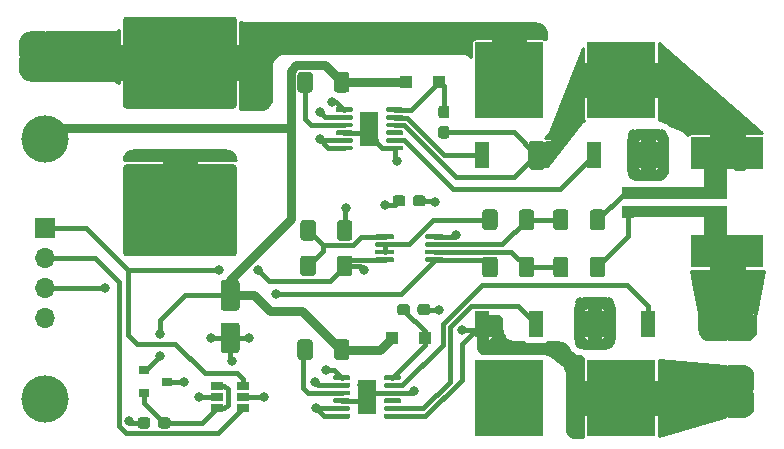
<source format=gtl>
G04 #@! TF.GenerationSoftware,KiCad,Pcbnew,(5.1.10)-1*
G04 #@! TF.CreationDate,2021-09-07T16:34:36-04:00*
G04 #@! TF.ProjectId,Motor_Controller,4d6f746f-725f-4436-9f6e-74726f6c6c65,rev?*
G04 #@! TF.SameCoordinates,Original*
G04 #@! TF.FileFunction,Copper,L1,Top*
G04 #@! TF.FilePolarity,Positive*
%FSLAX46Y46*%
G04 Gerber Fmt 4.6, Leading zero omitted, Abs format (unit mm)*
G04 Created by KiCad (PCBNEW (5.1.10)-1) date 2021-09-07 16:34:36*
%MOMM*%
%LPD*%
G01*
G04 APERTURE LIST*
G04 #@! TA.AperFunction,EtchedComponent*
%ADD10C,0.100000*%
G04 #@! TD*
G04 #@! TA.AperFunction,SMDPad,CuDef*
%ADD11R,1.060000X0.650000*%
G04 #@! TD*
G04 #@! TA.AperFunction,SMDPad,CuDef*
%ADD12R,0.900000X0.800000*%
G04 #@! TD*
G04 #@! TA.AperFunction,SMDPad,CuDef*
%ADD13R,1.650000X2.850000*%
G04 #@! TD*
G04 #@! TA.AperFunction,ComponentPad*
%ADD14C,4.000000*%
G04 #@! TD*
G04 #@! TA.AperFunction,SMDPad,CuDef*
%ADD15R,1.000000X1.000000*%
G04 #@! TD*
G04 #@! TA.AperFunction,SMDPad,CuDef*
%ADD16R,6.200000X2.700000*%
G04 #@! TD*
G04 #@! TA.AperFunction,SMDPad,CuDef*
%ADD17R,5.800000X6.400000*%
G04 #@! TD*
G04 #@! TA.AperFunction,SMDPad,CuDef*
%ADD18R,1.200000X2.200000*%
G04 #@! TD*
G04 #@! TA.AperFunction,ComponentPad*
%ADD19O,1.700000X1.700000*%
G04 #@! TD*
G04 #@! TA.AperFunction,ComponentPad*
%ADD20R,1.700000X1.700000*%
G04 #@! TD*
G04 #@! TA.AperFunction,SMDPad,CuDef*
%ADD21R,1.100000X1.100000*%
G04 #@! TD*
G04 #@! TA.AperFunction,ViaPad*
%ADD22C,0.800000*%
G04 #@! TD*
G04 #@! TA.AperFunction,Conductor*
%ADD23C,0.400000*%
G04 #@! TD*
G04 #@! TA.AperFunction,Conductor*
%ADD24C,0.750000*%
G04 #@! TD*
G04 #@! TA.AperFunction,Conductor*
%ADD25C,0.254000*%
G04 #@! TD*
G04 #@! TA.AperFunction,Conductor*
%ADD26C,0.100000*%
G04 #@! TD*
G04 APERTURE END LIST*
D10*
G36*
X87500000Y-139800000D02*
G01*
X87500000Y-142300000D01*
X85500000Y-142300000D01*
X85500000Y-140800000D01*
X79600000Y-140800000D01*
X79600000Y-139800000D01*
X87500000Y-139800000D01*
G37*
G36*
X87500000Y-139200000D02*
G01*
X87500000Y-136700000D01*
X85500000Y-136700000D01*
X85500000Y-138200000D01*
X79600000Y-138200000D01*
X79600000Y-139200000D01*
X87500000Y-139200000D01*
G37*
G04 #@! TA.AperFunction,SMDPad,CuDef*
G36*
G01*
X61262500Y-148837500D02*
X61262500Y-148362500D01*
G75*
G02*
X61500000Y-148125000I237500J0D01*
G01*
X62100000Y-148125000D01*
G75*
G02*
X62337500Y-148362500I0J-237500D01*
G01*
X62337500Y-148837500D01*
G75*
G02*
X62100000Y-149075000I-237500J0D01*
G01*
X61500000Y-149075000D01*
G75*
G02*
X61262500Y-148837500I0J237500D01*
G01*
G37*
G04 #@! TD.AperFunction*
G04 #@! TA.AperFunction,SMDPad,CuDef*
G36*
G01*
X59537500Y-148837500D02*
X59537500Y-148362500D01*
G75*
G02*
X59775000Y-148125000I237500J0D01*
G01*
X60375000Y-148125000D01*
G75*
G02*
X60612500Y-148362500I0J-237500D01*
G01*
X60612500Y-148837500D01*
G75*
G02*
X60375000Y-149075000I-237500J0D01*
G01*
X59775000Y-149075000D01*
G75*
G02*
X59537500Y-148837500I0J237500D01*
G01*
G37*
G04 #@! TD.AperFunction*
G04 #@! TA.AperFunction,SMDPad,CuDef*
G36*
G01*
X63262500Y-133062500D02*
X63737500Y-133062500D01*
G75*
G02*
X63975000Y-133300000I0J-237500D01*
G01*
X63975000Y-133900000D01*
G75*
G02*
X63737500Y-134137500I-237500J0D01*
G01*
X63262500Y-134137500D01*
G75*
G02*
X63025000Y-133900000I0J237500D01*
G01*
X63025000Y-133300000D01*
G75*
G02*
X63262500Y-133062500I237500J0D01*
G01*
G37*
G04 #@! TD.AperFunction*
G04 #@! TA.AperFunction,SMDPad,CuDef*
G36*
G01*
X63262500Y-131337500D02*
X63737500Y-131337500D01*
G75*
G02*
X63975000Y-131575000I0J-237500D01*
G01*
X63975000Y-132175000D01*
G75*
G02*
X63737500Y-132412500I-237500J0D01*
G01*
X63262500Y-132412500D01*
G75*
G02*
X63025000Y-132175000I0J237500D01*
G01*
X63025000Y-131575000D01*
G75*
G02*
X63262500Y-131337500I237500J0D01*
G01*
G37*
G04 #@! TD.AperFunction*
G04 #@! TA.AperFunction,SMDPad,CuDef*
G36*
G01*
X54200000Y-129975001D02*
X54200000Y-128724999D01*
G75*
G02*
X54449999Y-128475000I249999J0D01*
G01*
X55250001Y-128475000D01*
G75*
G02*
X55500000Y-128724999I0J-249999D01*
G01*
X55500000Y-129975001D01*
G75*
G02*
X55250001Y-130225000I-249999J0D01*
G01*
X54449999Y-130225000D01*
G75*
G02*
X54200000Y-129975001I0J249999D01*
G01*
G37*
G04 #@! TD.AperFunction*
G04 #@! TA.AperFunction,SMDPad,CuDef*
G36*
G01*
X51100000Y-129975001D02*
X51100000Y-128724999D01*
G75*
G02*
X51349999Y-128475000I249999J0D01*
G01*
X52150001Y-128475000D01*
G75*
G02*
X52400000Y-128724999I0J-249999D01*
G01*
X52400000Y-129975001D01*
G75*
G02*
X52150001Y-130225000I-249999J0D01*
G01*
X51349999Y-130225000D01*
G75*
G02*
X51100000Y-129975001I0J249999D01*
G01*
G37*
G04 #@! TD.AperFunction*
D11*
X44300000Y-156000000D03*
X44300000Y-156950000D03*
X44300000Y-155050000D03*
X46500000Y-155050000D03*
X46500000Y-156000000D03*
X46500000Y-156950000D03*
D12*
X40100000Y-154700000D03*
X38100000Y-155650000D03*
X38100000Y-153750000D03*
G04 #@! TA.AperFunction,SMDPad,CuDef*
G36*
G01*
X59300000Y-144275000D02*
X59300000Y-144475000D01*
G75*
G02*
X59200000Y-144575000I-100000J0D01*
G01*
X57775000Y-144575000D01*
G75*
G02*
X57675000Y-144475000I0J100000D01*
G01*
X57675000Y-144275000D01*
G75*
G02*
X57775000Y-144175000I100000J0D01*
G01*
X59200000Y-144175000D01*
G75*
G02*
X59300000Y-144275000I0J-100000D01*
G01*
G37*
G04 #@! TD.AperFunction*
G04 #@! TA.AperFunction,SMDPad,CuDef*
G36*
G01*
X59300000Y-143625000D02*
X59300000Y-143825000D01*
G75*
G02*
X59200000Y-143925000I-100000J0D01*
G01*
X57775000Y-143925000D01*
G75*
G02*
X57675000Y-143825000I0J100000D01*
G01*
X57675000Y-143625000D01*
G75*
G02*
X57775000Y-143525000I100000J0D01*
G01*
X59200000Y-143525000D01*
G75*
G02*
X59300000Y-143625000I0J-100000D01*
G01*
G37*
G04 #@! TD.AperFunction*
G04 #@! TA.AperFunction,SMDPad,CuDef*
G36*
G01*
X59300000Y-142975000D02*
X59300000Y-143175000D01*
G75*
G02*
X59200000Y-143275000I-100000J0D01*
G01*
X57775000Y-143275000D01*
G75*
G02*
X57675000Y-143175000I0J100000D01*
G01*
X57675000Y-142975000D01*
G75*
G02*
X57775000Y-142875000I100000J0D01*
G01*
X59200000Y-142875000D01*
G75*
G02*
X59300000Y-142975000I0J-100000D01*
G01*
G37*
G04 #@! TD.AperFunction*
G04 #@! TA.AperFunction,SMDPad,CuDef*
G36*
G01*
X59300000Y-142325000D02*
X59300000Y-142525000D01*
G75*
G02*
X59200000Y-142625000I-100000J0D01*
G01*
X57775000Y-142625000D01*
G75*
G02*
X57675000Y-142525000I0J100000D01*
G01*
X57675000Y-142325000D01*
G75*
G02*
X57775000Y-142225000I100000J0D01*
G01*
X59200000Y-142225000D01*
G75*
G02*
X59300000Y-142325000I0J-100000D01*
G01*
G37*
G04 #@! TD.AperFunction*
G04 #@! TA.AperFunction,SMDPad,CuDef*
G36*
G01*
X63525000Y-142325000D02*
X63525000Y-142525000D01*
G75*
G02*
X63425000Y-142625000I-100000J0D01*
G01*
X62000000Y-142625000D01*
G75*
G02*
X61900000Y-142525000I0J100000D01*
G01*
X61900000Y-142325000D01*
G75*
G02*
X62000000Y-142225000I100000J0D01*
G01*
X63425000Y-142225000D01*
G75*
G02*
X63525000Y-142325000I0J-100000D01*
G01*
G37*
G04 #@! TD.AperFunction*
G04 #@! TA.AperFunction,SMDPad,CuDef*
G36*
G01*
X63525000Y-142975000D02*
X63525000Y-143175000D01*
G75*
G02*
X63425000Y-143275000I-100000J0D01*
G01*
X62000000Y-143275000D01*
G75*
G02*
X61900000Y-143175000I0J100000D01*
G01*
X61900000Y-142975000D01*
G75*
G02*
X62000000Y-142875000I100000J0D01*
G01*
X63425000Y-142875000D01*
G75*
G02*
X63525000Y-142975000I0J-100000D01*
G01*
G37*
G04 #@! TD.AperFunction*
G04 #@! TA.AperFunction,SMDPad,CuDef*
G36*
G01*
X63525000Y-143625000D02*
X63525000Y-143825000D01*
G75*
G02*
X63425000Y-143925000I-100000J0D01*
G01*
X62000000Y-143925000D01*
G75*
G02*
X61900000Y-143825000I0J100000D01*
G01*
X61900000Y-143625000D01*
G75*
G02*
X62000000Y-143525000I100000J0D01*
G01*
X63425000Y-143525000D01*
G75*
G02*
X63525000Y-143625000I0J-100000D01*
G01*
G37*
G04 #@! TD.AperFunction*
G04 #@! TA.AperFunction,SMDPad,CuDef*
G36*
G01*
X63525000Y-144275000D02*
X63525000Y-144475000D01*
G75*
G02*
X63425000Y-144575000I-100000J0D01*
G01*
X62000000Y-144575000D01*
G75*
G02*
X61900000Y-144475000I0J100000D01*
G01*
X61900000Y-144275000D01*
G75*
G02*
X62000000Y-144175000I100000J0D01*
G01*
X63425000Y-144175000D01*
G75*
G02*
X63525000Y-144275000I0J-100000D01*
G01*
G37*
G04 #@! TD.AperFunction*
D13*
X57000000Y-156000000D03*
G04 #@! TA.AperFunction,SMDPad,CuDef*
G36*
G01*
X58425000Y-154475000D02*
X58425000Y-154275000D01*
G75*
G02*
X58525000Y-154175000I100000J0D01*
G01*
X59775000Y-154175000D01*
G75*
G02*
X59875000Y-154275000I0J-100000D01*
G01*
X59875000Y-154475000D01*
G75*
G02*
X59775000Y-154575000I-100000J0D01*
G01*
X58525000Y-154575000D01*
G75*
G02*
X58425000Y-154475000I0J100000D01*
G01*
G37*
G04 #@! TD.AperFunction*
G04 #@! TA.AperFunction,SMDPad,CuDef*
G36*
G01*
X58425000Y-155125000D02*
X58425000Y-154925000D01*
G75*
G02*
X58525000Y-154825000I100000J0D01*
G01*
X59775000Y-154825000D01*
G75*
G02*
X59875000Y-154925000I0J-100000D01*
G01*
X59875000Y-155125000D01*
G75*
G02*
X59775000Y-155225000I-100000J0D01*
G01*
X58525000Y-155225000D01*
G75*
G02*
X58425000Y-155125000I0J100000D01*
G01*
G37*
G04 #@! TD.AperFunction*
G04 #@! TA.AperFunction,SMDPad,CuDef*
G36*
G01*
X58425000Y-155775000D02*
X58425000Y-155575000D01*
G75*
G02*
X58525000Y-155475000I100000J0D01*
G01*
X59775000Y-155475000D01*
G75*
G02*
X59875000Y-155575000I0J-100000D01*
G01*
X59875000Y-155775000D01*
G75*
G02*
X59775000Y-155875000I-100000J0D01*
G01*
X58525000Y-155875000D01*
G75*
G02*
X58425000Y-155775000I0J100000D01*
G01*
G37*
G04 #@! TD.AperFunction*
G04 #@! TA.AperFunction,SMDPad,CuDef*
G36*
G01*
X58425000Y-156425000D02*
X58425000Y-156225000D01*
G75*
G02*
X58525000Y-156125000I100000J0D01*
G01*
X59775000Y-156125000D01*
G75*
G02*
X59875000Y-156225000I0J-100000D01*
G01*
X59875000Y-156425000D01*
G75*
G02*
X59775000Y-156525000I-100000J0D01*
G01*
X58525000Y-156525000D01*
G75*
G02*
X58425000Y-156425000I0J100000D01*
G01*
G37*
G04 #@! TD.AperFunction*
G04 #@! TA.AperFunction,SMDPad,CuDef*
G36*
G01*
X58425000Y-157075000D02*
X58425000Y-156875000D01*
G75*
G02*
X58525000Y-156775000I100000J0D01*
G01*
X59775000Y-156775000D01*
G75*
G02*
X59875000Y-156875000I0J-100000D01*
G01*
X59875000Y-157075000D01*
G75*
G02*
X59775000Y-157175000I-100000J0D01*
G01*
X58525000Y-157175000D01*
G75*
G02*
X58425000Y-157075000I0J100000D01*
G01*
G37*
G04 #@! TD.AperFunction*
G04 #@! TA.AperFunction,SMDPad,CuDef*
G36*
G01*
X58425000Y-157725000D02*
X58425000Y-157525000D01*
G75*
G02*
X58525000Y-157425000I100000J0D01*
G01*
X59775000Y-157425000D01*
G75*
G02*
X59875000Y-157525000I0J-100000D01*
G01*
X59875000Y-157725000D01*
G75*
G02*
X59775000Y-157825000I-100000J0D01*
G01*
X58525000Y-157825000D01*
G75*
G02*
X58425000Y-157725000I0J100000D01*
G01*
G37*
G04 #@! TD.AperFunction*
G04 #@! TA.AperFunction,SMDPad,CuDef*
G36*
G01*
X54125000Y-157725000D02*
X54125000Y-157525000D01*
G75*
G02*
X54225000Y-157425000I100000J0D01*
G01*
X55475000Y-157425000D01*
G75*
G02*
X55575000Y-157525000I0J-100000D01*
G01*
X55575000Y-157725000D01*
G75*
G02*
X55475000Y-157825000I-100000J0D01*
G01*
X54225000Y-157825000D01*
G75*
G02*
X54125000Y-157725000I0J100000D01*
G01*
G37*
G04 #@! TD.AperFunction*
G04 #@! TA.AperFunction,SMDPad,CuDef*
G36*
G01*
X54125000Y-157075000D02*
X54125000Y-156875000D01*
G75*
G02*
X54225000Y-156775000I100000J0D01*
G01*
X55475000Y-156775000D01*
G75*
G02*
X55575000Y-156875000I0J-100000D01*
G01*
X55575000Y-157075000D01*
G75*
G02*
X55475000Y-157175000I-100000J0D01*
G01*
X54225000Y-157175000D01*
G75*
G02*
X54125000Y-157075000I0J100000D01*
G01*
G37*
G04 #@! TD.AperFunction*
G04 #@! TA.AperFunction,SMDPad,CuDef*
G36*
G01*
X54125000Y-156425000D02*
X54125000Y-156225000D01*
G75*
G02*
X54225000Y-156125000I100000J0D01*
G01*
X55475000Y-156125000D01*
G75*
G02*
X55575000Y-156225000I0J-100000D01*
G01*
X55575000Y-156425000D01*
G75*
G02*
X55475000Y-156525000I-100000J0D01*
G01*
X54225000Y-156525000D01*
G75*
G02*
X54125000Y-156425000I0J100000D01*
G01*
G37*
G04 #@! TD.AperFunction*
G04 #@! TA.AperFunction,SMDPad,CuDef*
G36*
G01*
X54125000Y-155775000D02*
X54125000Y-155575000D01*
G75*
G02*
X54225000Y-155475000I100000J0D01*
G01*
X55475000Y-155475000D01*
G75*
G02*
X55575000Y-155575000I0J-100000D01*
G01*
X55575000Y-155775000D01*
G75*
G02*
X55475000Y-155875000I-100000J0D01*
G01*
X54225000Y-155875000D01*
G75*
G02*
X54125000Y-155775000I0J100000D01*
G01*
G37*
G04 #@! TD.AperFunction*
G04 #@! TA.AperFunction,SMDPad,CuDef*
G36*
G01*
X54125000Y-155125000D02*
X54125000Y-154925000D01*
G75*
G02*
X54225000Y-154825000I100000J0D01*
G01*
X55475000Y-154825000D01*
G75*
G02*
X55575000Y-154925000I0J-100000D01*
G01*
X55575000Y-155125000D01*
G75*
G02*
X55475000Y-155225000I-100000J0D01*
G01*
X54225000Y-155225000D01*
G75*
G02*
X54125000Y-155125000I0J100000D01*
G01*
G37*
G04 #@! TD.AperFunction*
G04 #@! TA.AperFunction,SMDPad,CuDef*
G36*
G01*
X54125000Y-154475000D02*
X54125000Y-154275000D01*
G75*
G02*
X54225000Y-154175000I100000J0D01*
G01*
X55475000Y-154175000D01*
G75*
G02*
X55575000Y-154275000I0J-100000D01*
G01*
X55575000Y-154475000D01*
G75*
G02*
X55475000Y-154575000I-100000J0D01*
G01*
X54225000Y-154575000D01*
G75*
G02*
X54125000Y-154475000I0J100000D01*
G01*
G37*
G04 #@! TD.AperFunction*
X57200000Y-133300000D03*
G04 #@! TA.AperFunction,SMDPad,CuDef*
G36*
G01*
X58625000Y-131775000D02*
X58625000Y-131575000D01*
G75*
G02*
X58725000Y-131475000I100000J0D01*
G01*
X59975000Y-131475000D01*
G75*
G02*
X60075000Y-131575000I0J-100000D01*
G01*
X60075000Y-131775000D01*
G75*
G02*
X59975000Y-131875000I-100000J0D01*
G01*
X58725000Y-131875000D01*
G75*
G02*
X58625000Y-131775000I0J100000D01*
G01*
G37*
G04 #@! TD.AperFunction*
G04 #@! TA.AperFunction,SMDPad,CuDef*
G36*
G01*
X58625000Y-132425000D02*
X58625000Y-132225000D01*
G75*
G02*
X58725000Y-132125000I100000J0D01*
G01*
X59975000Y-132125000D01*
G75*
G02*
X60075000Y-132225000I0J-100000D01*
G01*
X60075000Y-132425000D01*
G75*
G02*
X59975000Y-132525000I-100000J0D01*
G01*
X58725000Y-132525000D01*
G75*
G02*
X58625000Y-132425000I0J100000D01*
G01*
G37*
G04 #@! TD.AperFunction*
G04 #@! TA.AperFunction,SMDPad,CuDef*
G36*
G01*
X58625000Y-133075000D02*
X58625000Y-132875000D01*
G75*
G02*
X58725000Y-132775000I100000J0D01*
G01*
X59975000Y-132775000D01*
G75*
G02*
X60075000Y-132875000I0J-100000D01*
G01*
X60075000Y-133075000D01*
G75*
G02*
X59975000Y-133175000I-100000J0D01*
G01*
X58725000Y-133175000D01*
G75*
G02*
X58625000Y-133075000I0J100000D01*
G01*
G37*
G04 #@! TD.AperFunction*
G04 #@! TA.AperFunction,SMDPad,CuDef*
G36*
G01*
X58625000Y-133725000D02*
X58625000Y-133525000D01*
G75*
G02*
X58725000Y-133425000I100000J0D01*
G01*
X59975000Y-133425000D01*
G75*
G02*
X60075000Y-133525000I0J-100000D01*
G01*
X60075000Y-133725000D01*
G75*
G02*
X59975000Y-133825000I-100000J0D01*
G01*
X58725000Y-133825000D01*
G75*
G02*
X58625000Y-133725000I0J100000D01*
G01*
G37*
G04 #@! TD.AperFunction*
G04 #@! TA.AperFunction,SMDPad,CuDef*
G36*
G01*
X58625000Y-134375000D02*
X58625000Y-134175000D01*
G75*
G02*
X58725000Y-134075000I100000J0D01*
G01*
X59975000Y-134075000D01*
G75*
G02*
X60075000Y-134175000I0J-100000D01*
G01*
X60075000Y-134375000D01*
G75*
G02*
X59975000Y-134475000I-100000J0D01*
G01*
X58725000Y-134475000D01*
G75*
G02*
X58625000Y-134375000I0J100000D01*
G01*
G37*
G04 #@! TD.AperFunction*
G04 #@! TA.AperFunction,SMDPad,CuDef*
G36*
G01*
X58625000Y-135025000D02*
X58625000Y-134825000D01*
G75*
G02*
X58725000Y-134725000I100000J0D01*
G01*
X59975000Y-134725000D01*
G75*
G02*
X60075000Y-134825000I0J-100000D01*
G01*
X60075000Y-135025000D01*
G75*
G02*
X59975000Y-135125000I-100000J0D01*
G01*
X58725000Y-135125000D01*
G75*
G02*
X58625000Y-135025000I0J100000D01*
G01*
G37*
G04 #@! TD.AperFunction*
G04 #@! TA.AperFunction,SMDPad,CuDef*
G36*
G01*
X54325000Y-135025000D02*
X54325000Y-134825000D01*
G75*
G02*
X54425000Y-134725000I100000J0D01*
G01*
X55675000Y-134725000D01*
G75*
G02*
X55775000Y-134825000I0J-100000D01*
G01*
X55775000Y-135025000D01*
G75*
G02*
X55675000Y-135125000I-100000J0D01*
G01*
X54425000Y-135125000D01*
G75*
G02*
X54325000Y-135025000I0J100000D01*
G01*
G37*
G04 #@! TD.AperFunction*
G04 #@! TA.AperFunction,SMDPad,CuDef*
G36*
G01*
X54325000Y-134375000D02*
X54325000Y-134175000D01*
G75*
G02*
X54425000Y-134075000I100000J0D01*
G01*
X55675000Y-134075000D01*
G75*
G02*
X55775000Y-134175000I0J-100000D01*
G01*
X55775000Y-134375000D01*
G75*
G02*
X55675000Y-134475000I-100000J0D01*
G01*
X54425000Y-134475000D01*
G75*
G02*
X54325000Y-134375000I0J100000D01*
G01*
G37*
G04 #@! TD.AperFunction*
G04 #@! TA.AperFunction,SMDPad,CuDef*
G36*
G01*
X54325000Y-133725000D02*
X54325000Y-133525000D01*
G75*
G02*
X54425000Y-133425000I100000J0D01*
G01*
X55675000Y-133425000D01*
G75*
G02*
X55775000Y-133525000I0J-100000D01*
G01*
X55775000Y-133725000D01*
G75*
G02*
X55675000Y-133825000I-100000J0D01*
G01*
X54425000Y-133825000D01*
G75*
G02*
X54325000Y-133725000I0J100000D01*
G01*
G37*
G04 #@! TD.AperFunction*
G04 #@! TA.AperFunction,SMDPad,CuDef*
G36*
G01*
X54325000Y-133075000D02*
X54325000Y-132875000D01*
G75*
G02*
X54425000Y-132775000I100000J0D01*
G01*
X55675000Y-132775000D01*
G75*
G02*
X55775000Y-132875000I0J-100000D01*
G01*
X55775000Y-133075000D01*
G75*
G02*
X55675000Y-133175000I-100000J0D01*
G01*
X54425000Y-133175000D01*
G75*
G02*
X54325000Y-133075000I0J100000D01*
G01*
G37*
G04 #@! TD.AperFunction*
G04 #@! TA.AperFunction,SMDPad,CuDef*
G36*
G01*
X54325000Y-132425000D02*
X54325000Y-132225000D01*
G75*
G02*
X54425000Y-132125000I100000J0D01*
G01*
X55675000Y-132125000D01*
G75*
G02*
X55775000Y-132225000I0J-100000D01*
G01*
X55775000Y-132425000D01*
G75*
G02*
X55675000Y-132525000I-100000J0D01*
G01*
X54425000Y-132525000D01*
G75*
G02*
X54325000Y-132425000I0J100000D01*
G01*
G37*
G04 #@! TD.AperFunction*
G04 #@! TA.AperFunction,SMDPad,CuDef*
G36*
G01*
X54325000Y-131775000D02*
X54325000Y-131575000D01*
G75*
G02*
X54425000Y-131475000I100000J0D01*
G01*
X55675000Y-131475000D01*
G75*
G02*
X55775000Y-131575000I0J-100000D01*
G01*
X55775000Y-131775000D01*
G75*
G02*
X55675000Y-131875000I-100000J0D01*
G01*
X54425000Y-131875000D01*
G75*
G02*
X54325000Y-131775000I0J100000D01*
G01*
G37*
G04 #@! TD.AperFunction*
D14*
X29700000Y-127200000D03*
X29700000Y-156200000D03*
X29700000Y-134200000D03*
X87500000Y-155500000D03*
X87500000Y-149000000D03*
D15*
X79100000Y-138700000D03*
X79100000Y-140300000D03*
D16*
X87500000Y-135350000D03*
X87500000Y-143650000D03*
G04 #@! TA.AperFunction,SMDPad,CuDef*
G36*
G01*
X69850000Y-145625001D02*
X69850000Y-144374999D01*
G75*
G02*
X70099999Y-144125000I249999J0D01*
G01*
X70900001Y-144125000D01*
G75*
G02*
X71150000Y-144374999I0J-249999D01*
G01*
X71150000Y-145625001D01*
G75*
G02*
X70900001Y-145875000I-249999J0D01*
G01*
X70099999Y-145875000D01*
G75*
G02*
X69850000Y-145625001I0J249999D01*
G01*
G37*
G04 #@! TD.AperFunction*
G04 #@! TA.AperFunction,SMDPad,CuDef*
G36*
G01*
X66750000Y-145625001D02*
X66750000Y-144374999D01*
G75*
G02*
X66999999Y-144125000I249999J0D01*
G01*
X67800001Y-144125000D01*
G75*
G02*
X68050000Y-144374999I0J-249999D01*
G01*
X68050000Y-145625001D01*
G75*
G02*
X67800001Y-145875000I-249999J0D01*
G01*
X66999999Y-145875000D01*
G75*
G02*
X66750000Y-145625001I0J249999D01*
G01*
G37*
G04 #@! TD.AperFunction*
G04 #@! TA.AperFunction,SMDPad,CuDef*
G36*
G01*
X69850000Y-141625001D02*
X69850000Y-140374999D01*
G75*
G02*
X70099999Y-140125000I249999J0D01*
G01*
X70900001Y-140125000D01*
G75*
G02*
X71150000Y-140374999I0J-249999D01*
G01*
X71150000Y-141625001D01*
G75*
G02*
X70900001Y-141875000I-249999J0D01*
G01*
X70099999Y-141875000D01*
G75*
G02*
X69850000Y-141625001I0J249999D01*
G01*
G37*
G04 #@! TD.AperFunction*
G04 #@! TA.AperFunction,SMDPad,CuDef*
G36*
G01*
X66750000Y-141625001D02*
X66750000Y-140374999D01*
G75*
G02*
X66999999Y-140125000I249999J0D01*
G01*
X67800001Y-140125000D01*
G75*
G02*
X68050000Y-140374999I0J-249999D01*
G01*
X68050000Y-141625001D01*
G75*
G02*
X67800001Y-141875000I-249999J0D01*
G01*
X66999999Y-141875000D01*
G75*
G02*
X66750000Y-141625001I0J249999D01*
G01*
G37*
G04 #@! TD.AperFunction*
G04 #@! TA.AperFunction,SMDPad,CuDef*
G36*
G01*
X75850000Y-141625001D02*
X75850000Y-140374999D01*
G75*
G02*
X76099999Y-140125000I249999J0D01*
G01*
X76900001Y-140125000D01*
G75*
G02*
X77150000Y-140374999I0J-249999D01*
G01*
X77150000Y-141625001D01*
G75*
G02*
X76900001Y-141875000I-249999J0D01*
G01*
X76099999Y-141875000D01*
G75*
G02*
X75850000Y-141625001I0J249999D01*
G01*
G37*
G04 #@! TD.AperFunction*
G04 #@! TA.AperFunction,SMDPad,CuDef*
G36*
G01*
X72750000Y-141625001D02*
X72750000Y-140374999D01*
G75*
G02*
X72999999Y-140125000I249999J0D01*
G01*
X73800001Y-140125000D01*
G75*
G02*
X74050000Y-140374999I0J-249999D01*
G01*
X74050000Y-141625001D01*
G75*
G02*
X73800001Y-141875000I-249999J0D01*
G01*
X72999999Y-141875000D01*
G75*
G02*
X72750000Y-141625001I0J249999D01*
G01*
G37*
G04 #@! TD.AperFunction*
G04 #@! TA.AperFunction,SMDPad,CuDef*
G36*
G01*
X75850000Y-145625001D02*
X75850000Y-144374999D01*
G75*
G02*
X76099999Y-144125000I249999J0D01*
G01*
X76900001Y-144125000D01*
G75*
G02*
X77150000Y-144374999I0J-249999D01*
G01*
X77150000Y-145625001D01*
G75*
G02*
X76900001Y-145875000I-249999J0D01*
G01*
X76099999Y-145875000D01*
G75*
G02*
X75850000Y-145625001I0J249999D01*
G01*
G37*
G04 #@! TD.AperFunction*
G04 #@! TA.AperFunction,SMDPad,CuDef*
G36*
G01*
X72750000Y-145625001D02*
X72750000Y-144374999D01*
G75*
G02*
X72999999Y-144125000I249999J0D01*
G01*
X73800001Y-144125000D01*
G75*
G02*
X74050000Y-144374999I0J-249999D01*
G01*
X74050000Y-145625001D01*
G75*
G02*
X73800001Y-145875000I-249999J0D01*
G01*
X72999999Y-145875000D01*
G75*
G02*
X72750000Y-145625001I0J249999D01*
G01*
G37*
G04 #@! TD.AperFunction*
G04 #@! TA.AperFunction,SMDPad,CuDef*
G36*
G01*
X54450000Y-142525001D02*
X54450000Y-141274999D01*
G75*
G02*
X54699999Y-141025000I249999J0D01*
G01*
X55500001Y-141025000D01*
G75*
G02*
X55750000Y-141274999I0J-249999D01*
G01*
X55750000Y-142525001D01*
G75*
G02*
X55500001Y-142775000I-249999J0D01*
G01*
X54699999Y-142775000D01*
G75*
G02*
X54450000Y-142525001I0J249999D01*
G01*
G37*
G04 #@! TD.AperFunction*
G04 #@! TA.AperFunction,SMDPad,CuDef*
G36*
G01*
X51350000Y-142525001D02*
X51350000Y-141274999D01*
G75*
G02*
X51599999Y-141025000I249999J0D01*
G01*
X52400001Y-141025000D01*
G75*
G02*
X52650000Y-141274999I0J-249999D01*
G01*
X52650000Y-142525001D01*
G75*
G02*
X52400001Y-142775000I-249999J0D01*
G01*
X51599999Y-142775000D01*
G75*
G02*
X51350000Y-142525001I0J249999D01*
G01*
G37*
G04 #@! TD.AperFunction*
G04 #@! TA.AperFunction,SMDPad,CuDef*
G36*
G01*
X52650000Y-144274999D02*
X52650000Y-145525001D01*
G75*
G02*
X52400001Y-145775000I-249999J0D01*
G01*
X51599999Y-145775000D01*
G75*
G02*
X51350000Y-145525001I0J249999D01*
G01*
X51350000Y-144274999D01*
G75*
G02*
X51599999Y-144025000I249999J0D01*
G01*
X52400001Y-144025000D01*
G75*
G02*
X52650000Y-144274999I0J-249999D01*
G01*
G37*
G04 #@! TD.AperFunction*
G04 #@! TA.AperFunction,SMDPad,CuDef*
G36*
G01*
X55750000Y-144274999D02*
X55750000Y-145525001D01*
G75*
G02*
X55500001Y-145775000I-249999J0D01*
G01*
X54699999Y-145775000D01*
G75*
G02*
X54450000Y-145525001I0J249999D01*
G01*
X54450000Y-144274999D01*
G75*
G02*
X54699999Y-144025000I249999J0D01*
G01*
X55500001Y-144025000D01*
G75*
G02*
X55750000Y-144274999I0J-249999D01*
G01*
G37*
G04 #@! TD.AperFunction*
G04 #@! TA.AperFunction,SMDPad,CuDef*
G36*
G01*
X54200000Y-152625001D02*
X54200000Y-151374999D01*
G75*
G02*
X54449999Y-151125000I249999J0D01*
G01*
X55250001Y-151125000D01*
G75*
G02*
X55500000Y-151374999I0J-249999D01*
G01*
X55500000Y-152625001D01*
G75*
G02*
X55250001Y-152875000I-249999J0D01*
G01*
X54449999Y-152875000D01*
G75*
G02*
X54200000Y-152625001I0J249999D01*
G01*
G37*
G04 #@! TD.AperFunction*
G04 #@! TA.AperFunction,SMDPad,CuDef*
G36*
G01*
X51100000Y-152625001D02*
X51100000Y-151374999D01*
G75*
G02*
X51349999Y-151125000I249999J0D01*
G01*
X52150001Y-151125000D01*
G75*
G02*
X52400000Y-151374999I0J-249999D01*
G01*
X52400000Y-152625001D01*
G75*
G02*
X52150001Y-152875000I-249999J0D01*
G01*
X51349999Y-152875000D01*
G75*
G02*
X51100000Y-152625001I0J249999D01*
G01*
G37*
G04 #@! TD.AperFunction*
D17*
X78500000Y-156100000D03*
D18*
X76220000Y-149800000D03*
X80780000Y-149800000D03*
D17*
X69000000Y-156100000D03*
D18*
X66720000Y-149800000D03*
X71280000Y-149800000D03*
D17*
X78500000Y-129175000D03*
D18*
X80780000Y-135475000D03*
X76220000Y-135475000D03*
D17*
X69025000Y-129175000D03*
D18*
X71305000Y-135475000D03*
X66745000Y-135475000D03*
D19*
X29700000Y-149320000D03*
X29700000Y-146780000D03*
X29700000Y-144240000D03*
D20*
X29700000Y-141700000D03*
D21*
X59100000Y-151000000D03*
X61900000Y-151000000D03*
X60300000Y-129300000D03*
X63100000Y-129300000D03*
G04 #@! TA.AperFunction,SMDPad,CuDef*
G36*
G01*
X39287500Y-158437500D02*
X39287500Y-157962500D01*
G75*
G02*
X39525000Y-157725000I237500J0D01*
G01*
X40125000Y-157725000D01*
G75*
G02*
X40362500Y-157962500I0J-237500D01*
G01*
X40362500Y-158437500D01*
G75*
G02*
X40125000Y-158675000I-237500J0D01*
G01*
X39525000Y-158675000D01*
G75*
G02*
X39287500Y-158437500I0J237500D01*
G01*
G37*
G04 #@! TD.AperFunction*
G04 #@! TA.AperFunction,SMDPad,CuDef*
G36*
G01*
X37562500Y-158437500D02*
X37562500Y-157962500D01*
G75*
G02*
X37800000Y-157725000I237500J0D01*
G01*
X38400000Y-157725000D01*
G75*
G02*
X38637500Y-157962500I0J-237500D01*
G01*
X38637500Y-158437500D01*
G75*
G02*
X38400000Y-158675000I-237500J0D01*
G01*
X37800000Y-158675000D01*
G75*
G02*
X37562500Y-158437500I0J237500D01*
G01*
G37*
G04 #@! TD.AperFunction*
G04 #@! TA.AperFunction,SMDPad,CuDef*
G36*
G01*
X44850000Y-149700000D02*
X45950000Y-149700000D01*
G75*
G02*
X46200000Y-149950000I0J-250000D01*
G01*
X46200000Y-152050000D01*
G75*
G02*
X45950000Y-152300000I-250000J0D01*
G01*
X44850000Y-152300000D01*
G75*
G02*
X44600000Y-152050000I0J250000D01*
G01*
X44600000Y-149950000D01*
G75*
G02*
X44850000Y-149700000I250000J0D01*
G01*
G37*
G04 #@! TD.AperFunction*
G04 #@! TA.AperFunction,SMDPad,CuDef*
G36*
G01*
X44850000Y-146100000D02*
X45950000Y-146100000D01*
G75*
G02*
X46200000Y-146350000I0J-250000D01*
G01*
X46200000Y-148450000D01*
G75*
G02*
X45950000Y-148700000I-250000J0D01*
G01*
X44850000Y-148700000D01*
G75*
G02*
X44600000Y-148450000I0J250000D01*
G01*
X44600000Y-146350000D01*
G75*
G02*
X44850000Y-146100000I250000J0D01*
G01*
G37*
G04 #@! TD.AperFunction*
G04 #@! TA.AperFunction,SMDPad,CuDef*
G36*
G01*
X36599997Y-136300000D02*
X45700003Y-136300000D01*
G75*
G02*
X45950000Y-136549997I0J-249997D01*
G01*
X45950000Y-143850003D01*
G75*
G02*
X45700003Y-144100000I-249997J0D01*
G01*
X36599997Y-144100000D01*
G75*
G02*
X36350000Y-143850003I0J249997D01*
G01*
X36350000Y-136549997D01*
G75*
G02*
X36599997Y-136300000I249997J0D01*
G01*
G37*
G04 #@! TD.AperFunction*
G04 #@! TA.AperFunction,SMDPad,CuDef*
G36*
G01*
X36599997Y-123800000D02*
X45700003Y-123800000D01*
G75*
G02*
X45950000Y-124049997I0J-249997D01*
G01*
X45950000Y-131350003D01*
G75*
G02*
X45700003Y-131600000I-249997J0D01*
G01*
X36599997Y-131600000D01*
G75*
G02*
X36350000Y-131350003I0J249997D01*
G01*
X36350000Y-124049997D01*
G75*
G02*
X36599997Y-123800000I249997J0D01*
G01*
G37*
G04 #@! TD.AperFunction*
G04 #@! TA.AperFunction,SMDPad,CuDef*
G36*
G01*
X60887500Y-139637500D02*
X60887500Y-139162500D01*
G75*
G02*
X61125000Y-138925000I237500J0D01*
G01*
X61725000Y-138925000D01*
G75*
G02*
X61962500Y-139162500I0J-237500D01*
G01*
X61962500Y-139637500D01*
G75*
G02*
X61725000Y-139875000I-237500J0D01*
G01*
X61125000Y-139875000D01*
G75*
G02*
X60887500Y-139637500I0J237500D01*
G01*
G37*
G04 #@! TD.AperFunction*
G04 #@! TA.AperFunction,SMDPad,CuDef*
G36*
G01*
X59162500Y-139637500D02*
X59162500Y-139162500D01*
G75*
G02*
X59400000Y-138925000I237500J0D01*
G01*
X60000000Y-138925000D01*
G75*
G02*
X60237500Y-139162500I0J-237500D01*
G01*
X60237500Y-139637500D01*
G75*
G02*
X60000000Y-139875000I-237500J0D01*
G01*
X59400000Y-139875000D01*
G75*
G02*
X59162500Y-139637500I0J237500D01*
G01*
G37*
G04 #@! TD.AperFunction*
D22*
X57350000Y-156950000D03*
X56600000Y-155000000D03*
X57550000Y-134250000D03*
X56800000Y-132350000D03*
X59500000Y-136000000D03*
X61000000Y-155500000D03*
X62750000Y-139500000D03*
X64500000Y-142250000D03*
X48250000Y-156000000D03*
X41500000Y-154750000D03*
X47000000Y-151000000D03*
X43750000Y-151000000D03*
X45540686Y-152959314D03*
X82000000Y-135500000D03*
X80750000Y-133750000D03*
X79500000Y-135500000D03*
X80750000Y-137250000D03*
X82000000Y-137250000D03*
X79500000Y-137250000D03*
X79500000Y-133750000D03*
X82000000Y-133750000D03*
X76250000Y-151500000D03*
X75000000Y-149750000D03*
X77500000Y-149750000D03*
X77500000Y-151500000D03*
X76250000Y-148000000D03*
X75000000Y-148000000D03*
X77500000Y-148000000D03*
X37250000Y-135500000D03*
X38250000Y-135500000D03*
X39250000Y-135500000D03*
X40250000Y-135500000D03*
X41250000Y-135500000D03*
X42250000Y-135500000D03*
X43250000Y-135500000D03*
X44250000Y-135500000D03*
X45250000Y-135500000D03*
X55250000Y-140000000D03*
X36800000Y-158000000D03*
X75000000Y-151500000D03*
X44500000Y-145250000D03*
X47750000Y-145250000D03*
X56750000Y-145250000D03*
X58500000Y-139750000D03*
X66750000Y-130000000D03*
X69000000Y-130000000D03*
X69000000Y-128250000D03*
X69000000Y-126500000D03*
X71250000Y-126500000D03*
X71250000Y-128250000D03*
X71250000Y-130000000D03*
X71250000Y-131750000D03*
X69000000Y-131750000D03*
X66750000Y-131750000D03*
X66750000Y-128250000D03*
X66750000Y-126500000D03*
X71250000Y-158500000D03*
X71250000Y-156750000D03*
X69000000Y-158500000D03*
X69000000Y-156750000D03*
X66750000Y-158500000D03*
X66750000Y-156750000D03*
X69000000Y-155000000D03*
X69000000Y-153500000D03*
X66750000Y-155000000D03*
X71250000Y-155000000D03*
X71250000Y-153500000D03*
X66750000Y-153500000D03*
X53000000Y-131900000D03*
X52600000Y-154750000D03*
X52650000Y-156950000D03*
X53000000Y-134200000D03*
X39500000Y-152500000D03*
X39500000Y-150700000D03*
X48750000Y-148750000D03*
X34780005Y-146780005D03*
X49247941Y-147250000D03*
X42750000Y-156000000D03*
X53500000Y-153750000D03*
X54000000Y-131000000D03*
X63100000Y-148600000D03*
X65000000Y-150300000D03*
D23*
X56875000Y-133625000D02*
X57200000Y-133300000D01*
X55050000Y-133625000D02*
X56875000Y-133625000D01*
X57325000Y-155675000D02*
X57000000Y-156000000D01*
X59150000Y-155675000D02*
X57325000Y-155675000D01*
X56675000Y-156325000D02*
X57000000Y-156000000D01*
X54850000Y-156325000D02*
X56675000Y-156325000D01*
X58225000Y-134925000D02*
X57550000Y-134250000D01*
X59350000Y-134925000D02*
X58225000Y-134925000D01*
X59350000Y-135850000D02*
X59500000Y-136000000D01*
X59350000Y-134925000D02*
X59350000Y-135850000D01*
X60825000Y-155675000D02*
X61000000Y-155500000D01*
X59150000Y-155675000D02*
X60825000Y-155675000D01*
X62650000Y-139400000D02*
X62750000Y-139500000D01*
X61425000Y-139400000D02*
X62650000Y-139400000D01*
X64325000Y-142425000D02*
X64500000Y-142250000D01*
X62712500Y-142425000D02*
X64325000Y-142425000D01*
X46500000Y-156000000D02*
X48250000Y-156000000D01*
X41450000Y-154700000D02*
X41500000Y-154750000D01*
X40100000Y-154700000D02*
X41450000Y-154700000D01*
X45400000Y-151000000D02*
X47000000Y-151000000D01*
X45400000Y-151000000D02*
X43750000Y-151000000D01*
X45400000Y-152818628D02*
X45540686Y-152959314D01*
X45400000Y-151000000D02*
X45400000Y-152818628D01*
X55100000Y-140150000D02*
X55250000Y-140000000D01*
X55100000Y-141900000D02*
X55100000Y-140150000D01*
X37000000Y-158200000D02*
X36800000Y-158000000D01*
X38100000Y-158200000D02*
X37000000Y-158200000D01*
X46500000Y-154500000D02*
X46500000Y-155050000D01*
X46000000Y-154000000D02*
X46500000Y-154500000D01*
X43250000Y-154000000D02*
X46000000Y-154000000D01*
X40750000Y-151500000D02*
X43250000Y-154000000D01*
X37500000Y-151500000D02*
X40750000Y-151500000D01*
X36750000Y-150750000D02*
X37500000Y-151500000D01*
X36750000Y-145250000D02*
X36750000Y-150750000D01*
X33200000Y-141700000D02*
X36750000Y-145250000D01*
X29700000Y-141700000D02*
X33200000Y-141700000D01*
X55625000Y-144375000D02*
X55100000Y-144900000D01*
X58487500Y-144375000D02*
X55625000Y-144375000D01*
X36750000Y-145250000D02*
X44500000Y-145250000D01*
X53824990Y-146175010D02*
X55100000Y-144900000D01*
X48675010Y-146175010D02*
X53824990Y-146175010D01*
X47750000Y-145250000D02*
X48675010Y-146175010D01*
X56400000Y-144900000D02*
X56750000Y-145250000D01*
X55100000Y-144900000D02*
X56400000Y-144900000D01*
X59350000Y-139750000D02*
X59700000Y-139400000D01*
X58500000Y-139750000D02*
X59350000Y-139750000D01*
D24*
X53399990Y-127899990D02*
X54850000Y-129350000D01*
X51008266Y-127899990D02*
X53399990Y-127899990D01*
X50524990Y-128383266D02*
X51008266Y-127899990D01*
X45400000Y-146100000D02*
X50524990Y-140975010D01*
X45400000Y-147400000D02*
X45400000Y-146100000D01*
X60250000Y-129350000D02*
X60300000Y-129300000D01*
X54850000Y-129350000D02*
X60250000Y-129350000D01*
D23*
X55050000Y-132325000D02*
X53425000Y-132325000D01*
X53425000Y-132325000D02*
X53000000Y-131900000D01*
X52875000Y-155025000D02*
X52600000Y-154750000D01*
X54850000Y-155025000D02*
X52875000Y-155025000D01*
X52675000Y-156975000D02*
X52650000Y-156950000D01*
X54850000Y-156975000D02*
X52675000Y-156975000D01*
X53325000Y-157625000D02*
X52650000Y-156950000D01*
X54850000Y-157625000D02*
X53325000Y-157625000D01*
X53075000Y-134275000D02*
X53000000Y-134200000D01*
X55050000Y-134275000D02*
X53075000Y-134275000D01*
X53725000Y-134925000D02*
X53000000Y-134200000D01*
X55050000Y-134925000D02*
X53725000Y-134925000D01*
D24*
X58100000Y-152000000D02*
X59100000Y-151000000D01*
X54850000Y-152000000D02*
X58100000Y-152000000D01*
D23*
X38250000Y-153750000D02*
X39500000Y-152500000D01*
X38100000Y-153750000D02*
X38250000Y-153750000D01*
X41600000Y-147400000D02*
X45400000Y-147400000D01*
X39500000Y-149500000D02*
X41600000Y-147400000D01*
X39500000Y-150700000D02*
X39500000Y-149500000D01*
D24*
X30674990Y-133225010D02*
X29700000Y-134200000D01*
X50524990Y-140975010D02*
X50524990Y-133225010D01*
X50524990Y-133225010D02*
X30674990Y-133225010D01*
X50524990Y-133225010D02*
X50524990Y-128383266D01*
X47400000Y-147400000D02*
X48750000Y-148750000D01*
X45400000Y-147400000D02*
X47400000Y-147400000D01*
X50250000Y-148750000D02*
X48750000Y-148750000D01*
X51500000Y-148750000D02*
X50250000Y-148750000D01*
X54750000Y-152000000D02*
X51500000Y-148750000D01*
X54850000Y-152000000D02*
X54750000Y-152000000D01*
D23*
X43050000Y-158200000D02*
X44300000Y-156950000D01*
X39825000Y-158200000D02*
X43050000Y-158200000D01*
X38100000Y-156475000D02*
X39825000Y-158200000D01*
X38100000Y-155650000D02*
X38100000Y-156475000D01*
X44925002Y-156950000D02*
X44300000Y-156950000D01*
X45230001Y-156645001D02*
X44925002Y-156950000D01*
X45230001Y-155354999D02*
X45230001Y-156645001D01*
X44925002Y-155050000D02*
X45230001Y-155354999D01*
X44300000Y-155050000D02*
X44925002Y-155050000D01*
X60725000Y-131675000D02*
X59350000Y-131675000D01*
X63100000Y-129300000D02*
X60725000Y-131675000D01*
X61900000Y-151625000D02*
X59150000Y-154375000D01*
X61900000Y-151000000D02*
X61900000Y-151625000D01*
X66775000Y-144375000D02*
X67400000Y-145000000D01*
X62712500Y-144375000D02*
X66775000Y-144375000D01*
X29700000Y-146780000D02*
X34780000Y-146780000D01*
X34780000Y-146780000D02*
X34780005Y-146780005D01*
X62712500Y-144375000D02*
X59837500Y-147250000D01*
X59837500Y-147250000D02*
X49247941Y-147250000D01*
X33990000Y-144240000D02*
X29700000Y-144240000D01*
X36000000Y-158500000D02*
X36000000Y-146250000D01*
X36575010Y-159075010D02*
X36000000Y-158500000D01*
X36000000Y-146250000D02*
X33990000Y-144240000D01*
X44374990Y-159075010D02*
X36575010Y-159075010D01*
X46500000Y-156950000D02*
X44374990Y-159075010D01*
X78800000Y-138700000D02*
X76500000Y-141000000D01*
X79100000Y-138700000D02*
X78800000Y-138700000D01*
X60132124Y-132975000D02*
X59350000Y-132975000D01*
X64507124Y-137350000D02*
X60132124Y-132975000D01*
X69430000Y-137350000D02*
X64507124Y-137350000D01*
X71305000Y-135475000D02*
X69430000Y-137350000D01*
X79100000Y-138700000D02*
X86450000Y-138700000D01*
X69430000Y-133600000D02*
X71305000Y-135475000D01*
X63500000Y-133600000D02*
X69430000Y-133600000D01*
X59399990Y-132374990D02*
X59350000Y-132325000D01*
X60380656Y-132374990D02*
X59399990Y-132374990D01*
X63505666Y-135500000D02*
X60380656Y-132374990D01*
X66720000Y-135500000D02*
X63505666Y-135500000D01*
X66745000Y-135475000D02*
X66720000Y-135500000D01*
X60132124Y-134275000D02*
X59350000Y-134275000D01*
X64257124Y-138400000D02*
X60132124Y-134275000D01*
X73295000Y-138400000D02*
X64257124Y-138400000D01*
X76220000Y-135475000D02*
X73295000Y-138400000D01*
X65000000Y-151520000D02*
X66720000Y-149800000D01*
X65000000Y-154552104D02*
X65000000Y-151520000D01*
X61927104Y-157625000D02*
X65000000Y-154552104D01*
X59150000Y-157625000D02*
X61927104Y-157625000D01*
X65799999Y-148299999D02*
X69779999Y-148299999D01*
X64000000Y-150099998D02*
X65799999Y-148299999D01*
X64000000Y-154703562D02*
X64000000Y-150099998D01*
X69779999Y-148299999D02*
X71280000Y-149800000D01*
X61728562Y-156975000D02*
X64000000Y-154703562D01*
X59150000Y-156975000D02*
X61728562Y-156975000D01*
X79000000Y-146500000D02*
X80780000Y-148280000D01*
X66751456Y-146500000D02*
X79000000Y-146500000D01*
X63399991Y-149851465D02*
X66751456Y-146500000D01*
X63399990Y-151600010D02*
X63399991Y-149851465D01*
X80780000Y-148280000D02*
X80780000Y-149800000D01*
X59975000Y-155025000D02*
X63399990Y-151600010D01*
X59150000Y-155025000D02*
X59975000Y-155025000D01*
X51750000Y-132500000D02*
X51750000Y-129350000D01*
X52225000Y-132975000D02*
X51750000Y-132500000D01*
X55050000Y-132975000D02*
X52225000Y-132975000D01*
X51599999Y-152150001D02*
X51750000Y-152000000D01*
X51599999Y-155284001D02*
X51599999Y-152150001D01*
X52015999Y-155700001D02*
X51599999Y-155284001D01*
X54849999Y-155700001D02*
X52015999Y-155700001D01*
X54850000Y-155675000D02*
X54849999Y-155700001D01*
X53275010Y-143175010D02*
X52000000Y-141900000D01*
X55769246Y-143175010D02*
X53275010Y-143175010D01*
X56469266Y-142474990D02*
X55769246Y-143175010D01*
X58487500Y-142462500D02*
X58475010Y-142474990D01*
X58475010Y-142474990D02*
X56469266Y-142474990D01*
X58487500Y-142425000D02*
X58487500Y-142462500D01*
X53275010Y-143624990D02*
X52000000Y-144900000D01*
X53275010Y-143175010D02*
X53275010Y-143624990D01*
X79100000Y-142400000D02*
X76500000Y-145000000D01*
X79100000Y-140300000D02*
X79100000Y-142400000D01*
X69225000Y-143725000D02*
X70500000Y-145000000D01*
X62712500Y-143725000D02*
X69225000Y-143725000D01*
X70500000Y-145000000D02*
X73400000Y-145000000D01*
X70500000Y-141000000D02*
X73400000Y-141000000D01*
X68425000Y-143075000D02*
X70500000Y-141000000D01*
X62712500Y-143075000D02*
X68425000Y-143075000D01*
X44300000Y-156000000D02*
X42750000Y-156000000D01*
X54225000Y-153750000D02*
X54850000Y-154375000D01*
X53500000Y-153750000D02*
X54225000Y-153750000D01*
X54375000Y-131000000D02*
X55050000Y-131675000D01*
X54000000Y-131000000D02*
X54375000Y-131000000D01*
X60542876Y-143075000D02*
X58487500Y-143075000D01*
X62617876Y-141000000D02*
X60542876Y-143075000D01*
X67400000Y-141000000D02*
X62617876Y-141000000D01*
X58487500Y-143725000D02*
X58487500Y-143075000D01*
X63500000Y-129700000D02*
X63100000Y-129300000D01*
X63500000Y-131875000D02*
X63500000Y-129700000D01*
X61800000Y-148600000D02*
X63100000Y-148600000D01*
X66220000Y-150300000D02*
X66720000Y-149800000D01*
X65000000Y-150300000D02*
X66220000Y-150300000D01*
X61900000Y-150425000D02*
X60075000Y-148600000D01*
X61900000Y-151000000D02*
X61900000Y-150425000D01*
D25*
X81803441Y-126096764D02*
X90369780Y-133592311D01*
X90442950Y-133671569D01*
X88954750Y-133673000D01*
X88873000Y-133754750D01*
X88873000Y-134127000D01*
X88893000Y-134127000D01*
X88893000Y-136573000D01*
X88873000Y-136573000D01*
X88873000Y-136700000D01*
X88135000Y-136700000D01*
X88129166Y-136640495D01*
X88123752Y-136581013D01*
X88123125Y-136578882D01*
X88122907Y-136576661D01*
X88105612Y-136519379D01*
X88088762Y-136462125D01*
X88087731Y-136460153D01*
X88087087Y-136458020D01*
X88059012Y-136405219D01*
X88031345Y-136352297D01*
X88029951Y-136350563D01*
X88028905Y-136348596D01*
X87991117Y-136302263D01*
X87953690Y-136255714D01*
X87951985Y-136254283D01*
X87950577Y-136252557D01*
X87904527Y-136214461D01*
X87858754Y-136176053D01*
X87856802Y-136174980D01*
X87855087Y-136173561D01*
X87802539Y-136145149D01*
X87750153Y-136116349D01*
X87748029Y-136115675D01*
X87746072Y-136114617D01*
X87689050Y-136096966D01*
X87632024Y-136078876D01*
X87629808Y-136078627D01*
X87627684Y-136077970D01*
X87568257Y-136071724D01*
X87508866Y-136065062D01*
X87504596Y-136065032D01*
X87504433Y-136065015D01*
X87504270Y-136065030D01*
X87500000Y-136065000D01*
X86107000Y-136065000D01*
X86107000Y-134127000D01*
X86127000Y-134127000D01*
X86127000Y-133754750D01*
X86045250Y-133673000D01*
X84400000Y-133671418D01*
X84335897Y-133677732D01*
X84274257Y-133696430D01*
X84217450Y-133726794D01*
X84167657Y-133767657D01*
X84132689Y-133810267D01*
X84025588Y-133673418D01*
X84009031Y-133655960D01*
X83866230Y-133531469D01*
X83846679Y-133517448D01*
X83682962Y-133422122D01*
X83672278Y-133416562D01*
X82665698Y-132951987D01*
X82659774Y-132946063D01*
X82490256Y-132832795D01*
X82301898Y-132754774D01*
X82190313Y-132732579D01*
X81852641Y-132576730D01*
X81839890Y-132571661D01*
X81692202Y-132522011D01*
X81703570Y-132500743D01*
X81722268Y-132439103D01*
X81728582Y-132375000D01*
X81727000Y-130629750D01*
X81645250Y-130548000D01*
X79873000Y-130548000D01*
X79873000Y-130568000D01*
X77127000Y-130568000D01*
X77127000Y-130548000D01*
X75354750Y-130548000D01*
X75273000Y-130629750D01*
X75271418Y-132375000D01*
X75277732Y-132439103D01*
X75296430Y-132500743D01*
X75326794Y-132557550D01*
X75365364Y-132604548D01*
X75313901Y-132629561D01*
X75294249Y-132641418D01*
X75148584Y-132748380D01*
X75131388Y-132763580D01*
X75007353Y-132895012D01*
X74999855Y-132903715D01*
X72303977Y-136334833D01*
X72191793Y-136453708D01*
X72171130Y-136468880D01*
X72150250Y-136448000D01*
X71778000Y-136448000D01*
X71778000Y-136575000D01*
X70959600Y-136575000D01*
X70880895Y-136525546D01*
X70832000Y-136476651D01*
X70832000Y-136448000D01*
X70803349Y-136448000D01*
X70774454Y-136419105D01*
X70705000Y-136308570D01*
X70705000Y-134641430D01*
X70774454Y-134530895D01*
X70803349Y-134502000D01*
X70832000Y-134502000D01*
X70832000Y-134473349D01*
X70880895Y-134424454D01*
X70959600Y-134375000D01*
X71778000Y-134375000D01*
X71778000Y-134502000D01*
X72150250Y-134502000D01*
X72232000Y-134420250D01*
X72233582Y-134375000D01*
X72678002Y-134375000D01*
X72678002Y-134048000D01*
X72093818Y-134048000D01*
X72215783Y-133945700D01*
X72233441Y-133927604D01*
X72357604Y-133771988D01*
X72371327Y-133750753D01*
X72462204Y-133573625D01*
X72467413Y-133562090D01*
X75266679Y-126436686D01*
X75271827Y-126426651D01*
X75273000Y-127720250D01*
X75354750Y-127802000D01*
X77127000Y-127802000D01*
X77127000Y-127782000D01*
X79873000Y-127782000D01*
X79873000Y-127802000D01*
X81645250Y-127802000D01*
X81727000Y-127720250D01*
X81728521Y-126042256D01*
X81803441Y-126096764D01*
G04 #@! TA.AperFunction,Conductor*
D26*
G36*
X81803441Y-126096764D02*
G01*
X90369780Y-133592311D01*
X90442950Y-133671569D01*
X88954750Y-133673000D01*
X88873000Y-133754750D01*
X88873000Y-134127000D01*
X88893000Y-134127000D01*
X88893000Y-136573000D01*
X88873000Y-136573000D01*
X88873000Y-136700000D01*
X88135000Y-136700000D01*
X88129166Y-136640495D01*
X88123752Y-136581013D01*
X88123125Y-136578882D01*
X88122907Y-136576661D01*
X88105612Y-136519379D01*
X88088762Y-136462125D01*
X88087731Y-136460153D01*
X88087087Y-136458020D01*
X88059012Y-136405219D01*
X88031345Y-136352297D01*
X88029951Y-136350563D01*
X88028905Y-136348596D01*
X87991117Y-136302263D01*
X87953690Y-136255714D01*
X87951985Y-136254283D01*
X87950577Y-136252557D01*
X87904527Y-136214461D01*
X87858754Y-136176053D01*
X87856802Y-136174980D01*
X87855087Y-136173561D01*
X87802539Y-136145149D01*
X87750153Y-136116349D01*
X87748029Y-136115675D01*
X87746072Y-136114617D01*
X87689050Y-136096966D01*
X87632024Y-136078876D01*
X87629808Y-136078627D01*
X87627684Y-136077970D01*
X87568257Y-136071724D01*
X87508866Y-136065062D01*
X87504596Y-136065032D01*
X87504433Y-136065015D01*
X87504270Y-136065030D01*
X87500000Y-136065000D01*
X86107000Y-136065000D01*
X86107000Y-134127000D01*
X86127000Y-134127000D01*
X86127000Y-133754750D01*
X86045250Y-133673000D01*
X84400000Y-133671418D01*
X84335897Y-133677732D01*
X84274257Y-133696430D01*
X84217450Y-133726794D01*
X84167657Y-133767657D01*
X84132689Y-133810267D01*
X84025588Y-133673418D01*
X84009031Y-133655960D01*
X83866230Y-133531469D01*
X83846679Y-133517448D01*
X83682962Y-133422122D01*
X83672278Y-133416562D01*
X82665698Y-132951987D01*
X82659774Y-132946063D01*
X82490256Y-132832795D01*
X82301898Y-132754774D01*
X82190313Y-132732579D01*
X81852641Y-132576730D01*
X81839890Y-132571661D01*
X81692202Y-132522011D01*
X81703570Y-132500743D01*
X81722268Y-132439103D01*
X81728582Y-132375000D01*
X81727000Y-130629750D01*
X81645250Y-130548000D01*
X79873000Y-130548000D01*
X79873000Y-130568000D01*
X77127000Y-130568000D01*
X77127000Y-130548000D01*
X75354750Y-130548000D01*
X75273000Y-130629750D01*
X75271418Y-132375000D01*
X75277732Y-132439103D01*
X75296430Y-132500743D01*
X75326794Y-132557550D01*
X75365364Y-132604548D01*
X75313901Y-132629561D01*
X75294249Y-132641418D01*
X75148584Y-132748380D01*
X75131388Y-132763580D01*
X75007353Y-132895012D01*
X74999855Y-132903715D01*
X72303977Y-136334833D01*
X72191793Y-136453708D01*
X72171130Y-136468880D01*
X72150250Y-136448000D01*
X71778000Y-136448000D01*
X71778000Y-136575000D01*
X70959600Y-136575000D01*
X70880895Y-136525546D01*
X70832000Y-136476651D01*
X70832000Y-136448000D01*
X70803349Y-136448000D01*
X70774454Y-136419105D01*
X70705000Y-136308570D01*
X70705000Y-134641430D01*
X70774454Y-134530895D01*
X70803349Y-134502000D01*
X70832000Y-134502000D01*
X70832000Y-134473349D01*
X70880895Y-134424454D01*
X70959600Y-134375000D01*
X71778000Y-134375000D01*
X71778000Y-134502000D01*
X72150250Y-134502000D01*
X72232000Y-134420250D01*
X72233582Y-134375000D01*
X72678002Y-134375000D01*
X72678002Y-134048000D01*
X72093818Y-134048000D01*
X72215783Y-133945700D01*
X72233441Y-133927604D01*
X72357604Y-133771988D01*
X72371327Y-133750753D01*
X72462204Y-133573625D01*
X72467413Y-133562090D01*
X75266679Y-126436686D01*
X75271827Y-126426651D01*
X75273000Y-127720250D01*
X75354750Y-127802000D01*
X77127000Y-127802000D01*
X77127000Y-127782000D01*
X79873000Y-127782000D01*
X79873000Y-127802000D01*
X81645250Y-127802000D01*
X81727000Y-127720250D01*
X81728521Y-126042256D01*
X81803441Y-126096764D01*
G37*
G04 #@! TD.AperFunction*
D25*
X88873000Y-142427000D02*
X88893000Y-142427000D01*
X88893000Y-144873000D01*
X88873000Y-144873000D01*
X88873000Y-145245250D01*
X88954750Y-145327000D01*
X90600000Y-145328582D01*
X90604840Y-145328105D01*
X90604817Y-145328338D01*
X89894885Y-148877996D01*
X89893037Y-148890389D01*
X89873618Y-149086506D01*
X89873000Y-149099020D01*
X89873000Y-150243766D01*
X89855624Y-150420189D01*
X89805978Y-150583850D01*
X89725362Y-150734672D01*
X89616870Y-150866870D01*
X89484672Y-150975362D01*
X89333850Y-151055978D01*
X89170189Y-151105624D01*
X88993766Y-151123000D01*
X87681285Y-151123000D01*
X87500000Y-150941715D01*
X87318715Y-151123000D01*
X86006234Y-151123000D01*
X85829811Y-151105624D01*
X85666150Y-151055978D01*
X85515328Y-150975362D01*
X85383130Y-150866870D01*
X85274638Y-150734672D01*
X85194022Y-150583850D01*
X85144376Y-150420189D01*
X85127000Y-150243766D01*
X85127000Y-149099020D01*
X85126382Y-149086506D01*
X85117646Y-148998277D01*
X85161742Y-148998277D01*
X85161742Y-149001723D01*
X85262907Y-149295378D01*
X85558285Y-149000000D01*
X89441715Y-149000000D01*
X89737093Y-149295378D01*
X89838258Y-149001723D01*
X89838258Y-148998277D01*
X89737093Y-148704622D01*
X89441715Y-149000000D01*
X85558285Y-149000000D01*
X85262907Y-148704622D01*
X85161742Y-148998277D01*
X85117646Y-148998277D01*
X85106963Y-148890389D01*
X85105115Y-148877996D01*
X84682097Y-146762907D01*
X87204622Y-146762907D01*
X87500000Y-147058285D01*
X87795378Y-146762907D01*
X87501723Y-146661742D01*
X87498277Y-146661742D01*
X87204622Y-146762907D01*
X84682097Y-146762907D01*
X84395183Y-145328338D01*
X84395160Y-145328105D01*
X84400000Y-145328582D01*
X86045250Y-145327000D01*
X86127000Y-145245250D01*
X86127000Y-144873000D01*
X86107000Y-144873000D01*
X86107000Y-142935000D01*
X87500000Y-142935000D01*
X87559505Y-142929166D01*
X87618987Y-142923752D01*
X87621118Y-142923125D01*
X87623339Y-142922907D01*
X87680621Y-142905612D01*
X87737875Y-142888762D01*
X87739847Y-142887731D01*
X87741980Y-142887087D01*
X87794781Y-142859012D01*
X87847703Y-142831345D01*
X87849437Y-142829951D01*
X87851404Y-142828905D01*
X87897737Y-142791117D01*
X87944286Y-142753690D01*
X87945717Y-142751985D01*
X87947443Y-142750577D01*
X87985539Y-142704527D01*
X88023947Y-142658754D01*
X88025020Y-142656802D01*
X88026439Y-142655087D01*
X88054851Y-142602539D01*
X88083651Y-142550153D01*
X88084325Y-142548029D01*
X88085383Y-142546072D01*
X88103034Y-142489050D01*
X88121124Y-142432024D01*
X88121373Y-142429808D01*
X88122030Y-142427684D01*
X88127357Y-142377000D01*
X88873000Y-142377000D01*
X88873000Y-142427000D01*
G04 #@! TA.AperFunction,Conductor*
D26*
G36*
X88873000Y-142427000D02*
G01*
X88893000Y-142427000D01*
X88893000Y-144873000D01*
X88873000Y-144873000D01*
X88873000Y-145245250D01*
X88954750Y-145327000D01*
X90600000Y-145328582D01*
X90604840Y-145328105D01*
X90604817Y-145328338D01*
X89894885Y-148877996D01*
X89893037Y-148890389D01*
X89873618Y-149086506D01*
X89873000Y-149099020D01*
X89873000Y-150243766D01*
X89855624Y-150420189D01*
X89805978Y-150583850D01*
X89725362Y-150734672D01*
X89616870Y-150866870D01*
X89484672Y-150975362D01*
X89333850Y-151055978D01*
X89170189Y-151105624D01*
X88993766Y-151123000D01*
X87681285Y-151123000D01*
X87500000Y-150941715D01*
X87318715Y-151123000D01*
X86006234Y-151123000D01*
X85829811Y-151105624D01*
X85666150Y-151055978D01*
X85515328Y-150975362D01*
X85383130Y-150866870D01*
X85274638Y-150734672D01*
X85194022Y-150583850D01*
X85144376Y-150420189D01*
X85127000Y-150243766D01*
X85127000Y-149099020D01*
X85126382Y-149086506D01*
X85117646Y-148998277D01*
X85161742Y-148998277D01*
X85161742Y-149001723D01*
X85262907Y-149295378D01*
X85558285Y-149000000D01*
X89441715Y-149000000D01*
X89737093Y-149295378D01*
X89838258Y-149001723D01*
X89838258Y-148998277D01*
X89737093Y-148704622D01*
X89441715Y-149000000D01*
X85558285Y-149000000D01*
X85262907Y-148704622D01*
X85161742Y-148998277D01*
X85117646Y-148998277D01*
X85106963Y-148890389D01*
X85105115Y-148877996D01*
X84682097Y-146762907D01*
X87204622Y-146762907D01*
X87500000Y-147058285D01*
X87795378Y-146762907D01*
X87501723Y-146661742D01*
X87498277Y-146661742D01*
X87204622Y-146762907D01*
X84682097Y-146762907D01*
X84395183Y-145328338D01*
X84395160Y-145328105D01*
X84400000Y-145328582D01*
X86045250Y-145327000D01*
X86127000Y-145245250D01*
X86127000Y-144873000D01*
X86107000Y-144873000D01*
X86107000Y-142935000D01*
X87500000Y-142935000D01*
X87559505Y-142929166D01*
X87618987Y-142923752D01*
X87621118Y-142923125D01*
X87623339Y-142922907D01*
X87680621Y-142905612D01*
X87737875Y-142888762D01*
X87739847Y-142887731D01*
X87741980Y-142887087D01*
X87794781Y-142859012D01*
X87847703Y-142831345D01*
X87849437Y-142829951D01*
X87851404Y-142828905D01*
X87897737Y-142791117D01*
X87944286Y-142753690D01*
X87945717Y-142751985D01*
X87947443Y-142750577D01*
X87985539Y-142704527D01*
X88023947Y-142658754D01*
X88025020Y-142656802D01*
X88026439Y-142655087D01*
X88054851Y-142602539D01*
X88083651Y-142550153D01*
X88084325Y-142548029D01*
X88085383Y-142546072D01*
X88103034Y-142489050D01*
X88121124Y-142432024D01*
X88121373Y-142429808D01*
X88122030Y-142427684D01*
X88127357Y-142377000D01*
X88873000Y-142377000D01*
X88873000Y-142427000D01*
G37*
G04 #@! TD.AperFunction*
D25*
X68225362Y-149265328D02*
X68305978Y-149416150D01*
X68355624Y-149579811D01*
X68373000Y-149756234D01*
X68373000Y-150250000D01*
X68373612Y-150262448D01*
X68392827Y-150457538D01*
X68397683Y-150481956D01*
X68454588Y-150669549D01*
X68464116Y-150692550D01*
X68556526Y-150865437D01*
X68570358Y-150886138D01*
X68694721Y-151037675D01*
X68712325Y-151055279D01*
X68863862Y-151179642D01*
X68884563Y-151193474D01*
X69057450Y-151285884D01*
X69080451Y-151295412D01*
X69268044Y-151352317D01*
X69292462Y-151357173D01*
X69487552Y-151376388D01*
X69500000Y-151377000D01*
X70260271Y-151377000D01*
X70325506Y-151430537D01*
X70435820Y-151489502D01*
X70555518Y-151525812D01*
X70680000Y-151538072D01*
X71880000Y-151538072D01*
X72004482Y-151525812D01*
X72124180Y-151489502D01*
X72234494Y-151430537D01*
X72299729Y-151377000D01*
X73159852Y-151377000D01*
X73352334Y-151397723D01*
X73529499Y-151456778D01*
X73695919Y-151555689D01*
X74001368Y-151784776D01*
X74004774Y-151801898D01*
X74082795Y-151990256D01*
X74196063Y-152159774D01*
X74340226Y-152303937D01*
X74509744Y-152417205D01*
X74698102Y-152495226D01*
X74898061Y-152535000D01*
X75001666Y-152535000D01*
X75157133Y-152651600D01*
X75168447Y-152659173D01*
X75312257Y-152744646D01*
X75296430Y-152774257D01*
X75277732Y-152835897D01*
X75271418Y-152900000D01*
X75273000Y-154645250D01*
X75354750Y-154727000D01*
X77127000Y-154727000D01*
X77127000Y-154707000D01*
X79873000Y-154707000D01*
X79873000Y-154727000D01*
X81645250Y-154727000D01*
X81727000Y-154645250D01*
X81728582Y-152900000D01*
X81728233Y-152896459D01*
X87302715Y-153361000D01*
X87500000Y-153558285D01*
X87681285Y-153377000D01*
X88743766Y-153377000D01*
X88920189Y-153394376D01*
X89083850Y-153444022D01*
X89234672Y-153524638D01*
X89366870Y-153633130D01*
X89475362Y-153765328D01*
X89555978Y-153916150D01*
X89605624Y-154079811D01*
X89623000Y-154256234D01*
X89623000Y-155318715D01*
X89441715Y-155500000D01*
X89623000Y-155681285D01*
X89623000Y-156743766D01*
X89605624Y-156920189D01*
X89555978Y-157083850D01*
X89475362Y-157234672D01*
X89366870Y-157366870D01*
X89234672Y-157475362D01*
X89083850Y-157555978D01*
X88920189Y-157605624D01*
X88743766Y-157623000D01*
X87681285Y-157623000D01*
X87500000Y-157441715D01*
X87251539Y-157690176D01*
X81728477Y-159301070D01*
X81728582Y-159300000D01*
X81727000Y-157554750D01*
X81645250Y-157473000D01*
X79873000Y-157473000D01*
X79873000Y-157493000D01*
X77127000Y-157493000D01*
X77127000Y-157473000D01*
X75354750Y-157473000D01*
X75273000Y-157554750D01*
X75271418Y-159300000D01*
X75277732Y-159364103D01*
X75280431Y-159373000D01*
X74632172Y-159373000D01*
X74459505Y-159353439D01*
X74302397Y-159298144D01*
X74161641Y-159209106D01*
X74044373Y-159090841D01*
X73956529Y-158949331D01*
X73902567Y-158791760D01*
X73884471Y-158618937D01*
X73910917Y-155498277D01*
X85161742Y-155498277D01*
X85161742Y-155501723D01*
X85262907Y-155795378D01*
X85558285Y-155500000D01*
X85262907Y-155204622D01*
X85161742Y-155498277D01*
X73910917Y-155498277D01*
X73922832Y-154092343D01*
X73922401Y-154080756D01*
X73907305Y-153898975D01*
X73903291Y-153876160D01*
X73855426Y-153700145D01*
X73847333Y-153678439D01*
X73768292Y-153514048D01*
X73756392Y-153494173D01*
X73648805Y-153346873D01*
X73633492Y-153329490D01*
X73500938Y-153204184D01*
X73492157Y-153196612D01*
X72750421Y-152613820D01*
X72738877Y-152605743D01*
X72550592Y-152489012D01*
X72525185Y-152476927D01*
X72315820Y-152404515D01*
X72290144Y-152398720D01*
X72254494Y-152369463D01*
X72144180Y-152310498D01*
X72024482Y-152274188D01*
X71900000Y-152261928D01*
X66652610Y-152261928D01*
X66612070Y-152236455D01*
X66513545Y-152137930D01*
X66439419Y-152019960D01*
X66393403Y-151888451D01*
X66377000Y-151742872D01*
X66377000Y-150773000D01*
X67193000Y-150773000D01*
X67193000Y-151145250D01*
X67274750Y-151227000D01*
X67320000Y-151228582D01*
X67384103Y-151222268D01*
X67445743Y-151203570D01*
X67502550Y-151173206D01*
X67552343Y-151132343D01*
X67593206Y-151082550D01*
X67623570Y-151025743D01*
X67642268Y-150964103D01*
X67648582Y-150900000D01*
X67647000Y-150854750D01*
X67565250Y-150773000D01*
X67193000Y-150773000D01*
X66377000Y-150773000D01*
X66377000Y-149756234D01*
X66394376Y-149579811D01*
X66444022Y-149416150D01*
X66524638Y-149265328D01*
X66631596Y-149134999D01*
X68118404Y-149134999D01*
X68225362Y-149265328D01*
G04 #@! TA.AperFunction,Conductor*
D26*
G36*
X68225362Y-149265328D02*
G01*
X68305978Y-149416150D01*
X68355624Y-149579811D01*
X68373000Y-149756234D01*
X68373000Y-150250000D01*
X68373612Y-150262448D01*
X68392827Y-150457538D01*
X68397683Y-150481956D01*
X68454588Y-150669549D01*
X68464116Y-150692550D01*
X68556526Y-150865437D01*
X68570358Y-150886138D01*
X68694721Y-151037675D01*
X68712325Y-151055279D01*
X68863862Y-151179642D01*
X68884563Y-151193474D01*
X69057450Y-151285884D01*
X69080451Y-151295412D01*
X69268044Y-151352317D01*
X69292462Y-151357173D01*
X69487552Y-151376388D01*
X69500000Y-151377000D01*
X70260271Y-151377000D01*
X70325506Y-151430537D01*
X70435820Y-151489502D01*
X70555518Y-151525812D01*
X70680000Y-151538072D01*
X71880000Y-151538072D01*
X72004482Y-151525812D01*
X72124180Y-151489502D01*
X72234494Y-151430537D01*
X72299729Y-151377000D01*
X73159852Y-151377000D01*
X73352334Y-151397723D01*
X73529499Y-151456778D01*
X73695919Y-151555689D01*
X74001368Y-151784776D01*
X74004774Y-151801898D01*
X74082795Y-151990256D01*
X74196063Y-152159774D01*
X74340226Y-152303937D01*
X74509744Y-152417205D01*
X74698102Y-152495226D01*
X74898061Y-152535000D01*
X75001666Y-152535000D01*
X75157133Y-152651600D01*
X75168447Y-152659173D01*
X75312257Y-152744646D01*
X75296430Y-152774257D01*
X75277732Y-152835897D01*
X75271418Y-152900000D01*
X75273000Y-154645250D01*
X75354750Y-154727000D01*
X77127000Y-154727000D01*
X77127000Y-154707000D01*
X79873000Y-154707000D01*
X79873000Y-154727000D01*
X81645250Y-154727000D01*
X81727000Y-154645250D01*
X81728582Y-152900000D01*
X81728233Y-152896459D01*
X87302715Y-153361000D01*
X87500000Y-153558285D01*
X87681285Y-153377000D01*
X88743766Y-153377000D01*
X88920189Y-153394376D01*
X89083850Y-153444022D01*
X89234672Y-153524638D01*
X89366870Y-153633130D01*
X89475362Y-153765328D01*
X89555978Y-153916150D01*
X89605624Y-154079811D01*
X89623000Y-154256234D01*
X89623000Y-155318715D01*
X89441715Y-155500000D01*
X89623000Y-155681285D01*
X89623000Y-156743766D01*
X89605624Y-156920189D01*
X89555978Y-157083850D01*
X89475362Y-157234672D01*
X89366870Y-157366870D01*
X89234672Y-157475362D01*
X89083850Y-157555978D01*
X88920189Y-157605624D01*
X88743766Y-157623000D01*
X87681285Y-157623000D01*
X87500000Y-157441715D01*
X87251539Y-157690176D01*
X81728477Y-159301070D01*
X81728582Y-159300000D01*
X81727000Y-157554750D01*
X81645250Y-157473000D01*
X79873000Y-157473000D01*
X79873000Y-157493000D01*
X77127000Y-157493000D01*
X77127000Y-157473000D01*
X75354750Y-157473000D01*
X75273000Y-157554750D01*
X75271418Y-159300000D01*
X75277732Y-159364103D01*
X75280431Y-159373000D01*
X74632172Y-159373000D01*
X74459505Y-159353439D01*
X74302397Y-159298144D01*
X74161641Y-159209106D01*
X74044373Y-159090841D01*
X73956529Y-158949331D01*
X73902567Y-158791760D01*
X73884471Y-158618937D01*
X73910917Y-155498277D01*
X85161742Y-155498277D01*
X85161742Y-155501723D01*
X85262907Y-155795378D01*
X85558285Y-155500000D01*
X85262907Y-155204622D01*
X85161742Y-155498277D01*
X73910917Y-155498277D01*
X73922832Y-154092343D01*
X73922401Y-154080756D01*
X73907305Y-153898975D01*
X73903291Y-153876160D01*
X73855426Y-153700145D01*
X73847333Y-153678439D01*
X73768292Y-153514048D01*
X73756392Y-153494173D01*
X73648805Y-153346873D01*
X73633492Y-153329490D01*
X73500938Y-153204184D01*
X73492157Y-153196612D01*
X72750421Y-152613820D01*
X72738877Y-152605743D01*
X72550592Y-152489012D01*
X72525185Y-152476927D01*
X72315820Y-152404515D01*
X72290144Y-152398720D01*
X72254494Y-152369463D01*
X72144180Y-152310498D01*
X72024482Y-152274188D01*
X71900000Y-152261928D01*
X66652610Y-152261928D01*
X66612070Y-152236455D01*
X66513545Y-152137930D01*
X66439419Y-152019960D01*
X66393403Y-151888451D01*
X66377000Y-151742872D01*
X66377000Y-150773000D01*
X67193000Y-150773000D01*
X67193000Y-151145250D01*
X67274750Y-151227000D01*
X67320000Y-151228582D01*
X67384103Y-151222268D01*
X67445743Y-151203570D01*
X67502550Y-151173206D01*
X67552343Y-151132343D01*
X67593206Y-151082550D01*
X67623570Y-151025743D01*
X67642268Y-150964103D01*
X67648582Y-150900000D01*
X67647000Y-150854750D01*
X67565250Y-150773000D01*
X67193000Y-150773000D01*
X66377000Y-150773000D01*
X66377000Y-149756234D01*
X66394376Y-149579811D01*
X66444022Y-149416150D01*
X66524638Y-149265328D01*
X66631596Y-149134999D01*
X68118404Y-149134999D01*
X68225362Y-149265328D01*
G37*
G04 #@! TD.AperFunction*
D25*
X77170189Y-147644376D02*
X77333850Y-147694022D01*
X77484672Y-147774638D01*
X77616870Y-147883130D01*
X77725362Y-148015328D01*
X77805978Y-148166150D01*
X77855624Y-148329811D01*
X77873000Y-148506234D01*
X77873000Y-150993766D01*
X77855624Y-151170189D01*
X77805978Y-151333850D01*
X77725362Y-151484672D01*
X77616870Y-151616870D01*
X77484672Y-151725362D01*
X77333850Y-151805978D01*
X77170189Y-151855624D01*
X76993766Y-151873000D01*
X75506234Y-151873000D01*
X75329811Y-151855624D01*
X75166150Y-151805978D01*
X75015328Y-151725362D01*
X74883130Y-151616870D01*
X74774638Y-151484672D01*
X74694022Y-151333850D01*
X74644376Y-151170189D01*
X74627000Y-150993766D01*
X74627000Y-150900000D01*
X75291418Y-150900000D01*
X75297732Y-150964103D01*
X75316430Y-151025743D01*
X75346794Y-151082550D01*
X75387657Y-151132343D01*
X75437450Y-151173206D01*
X75494257Y-151203570D01*
X75555897Y-151222268D01*
X75620000Y-151228582D01*
X75665250Y-151227000D01*
X75747000Y-151145250D01*
X75747000Y-150773000D01*
X76693000Y-150773000D01*
X76693000Y-151145250D01*
X76774750Y-151227000D01*
X76820000Y-151228582D01*
X76884103Y-151222268D01*
X76945743Y-151203570D01*
X77002550Y-151173206D01*
X77052343Y-151132343D01*
X77093206Y-151082550D01*
X77123570Y-151025743D01*
X77142268Y-150964103D01*
X77148582Y-150900000D01*
X77147000Y-150854750D01*
X77065250Y-150773000D01*
X76693000Y-150773000D01*
X75747000Y-150773000D01*
X75374750Y-150773000D01*
X75293000Y-150854750D01*
X75291418Y-150900000D01*
X74627000Y-150900000D01*
X74627000Y-148700000D01*
X75291418Y-148700000D01*
X75293000Y-148745250D01*
X75374750Y-148827000D01*
X75747000Y-148827000D01*
X75747000Y-148454750D01*
X76693000Y-148454750D01*
X76693000Y-148827000D01*
X77065250Y-148827000D01*
X77147000Y-148745250D01*
X77148582Y-148700000D01*
X77142268Y-148635897D01*
X77123570Y-148574257D01*
X77093206Y-148517450D01*
X77052343Y-148467657D01*
X77002550Y-148426794D01*
X76945743Y-148396430D01*
X76884103Y-148377732D01*
X76820000Y-148371418D01*
X76774750Y-148373000D01*
X76693000Y-148454750D01*
X75747000Y-148454750D01*
X75665250Y-148373000D01*
X75620000Y-148371418D01*
X75555897Y-148377732D01*
X75494257Y-148396430D01*
X75437450Y-148426794D01*
X75387657Y-148467657D01*
X75346794Y-148517450D01*
X75316430Y-148574257D01*
X75297732Y-148635897D01*
X75291418Y-148700000D01*
X74627000Y-148700000D01*
X74627000Y-148506234D01*
X74644376Y-148329811D01*
X74694022Y-148166150D01*
X74774638Y-148015328D01*
X74883130Y-147883130D01*
X75015328Y-147774638D01*
X75166150Y-147694022D01*
X75329811Y-147644376D01*
X75506234Y-147627000D01*
X76993766Y-147627000D01*
X77170189Y-147644376D01*
G04 #@! TA.AperFunction,Conductor*
D26*
G36*
X77170189Y-147644376D02*
G01*
X77333850Y-147694022D01*
X77484672Y-147774638D01*
X77616870Y-147883130D01*
X77725362Y-148015328D01*
X77805978Y-148166150D01*
X77855624Y-148329811D01*
X77873000Y-148506234D01*
X77873000Y-150993766D01*
X77855624Y-151170189D01*
X77805978Y-151333850D01*
X77725362Y-151484672D01*
X77616870Y-151616870D01*
X77484672Y-151725362D01*
X77333850Y-151805978D01*
X77170189Y-151855624D01*
X76993766Y-151873000D01*
X75506234Y-151873000D01*
X75329811Y-151855624D01*
X75166150Y-151805978D01*
X75015328Y-151725362D01*
X74883130Y-151616870D01*
X74774638Y-151484672D01*
X74694022Y-151333850D01*
X74644376Y-151170189D01*
X74627000Y-150993766D01*
X74627000Y-150900000D01*
X75291418Y-150900000D01*
X75297732Y-150964103D01*
X75316430Y-151025743D01*
X75346794Y-151082550D01*
X75387657Y-151132343D01*
X75437450Y-151173206D01*
X75494257Y-151203570D01*
X75555897Y-151222268D01*
X75620000Y-151228582D01*
X75665250Y-151227000D01*
X75747000Y-151145250D01*
X75747000Y-150773000D01*
X76693000Y-150773000D01*
X76693000Y-151145250D01*
X76774750Y-151227000D01*
X76820000Y-151228582D01*
X76884103Y-151222268D01*
X76945743Y-151203570D01*
X77002550Y-151173206D01*
X77052343Y-151132343D01*
X77093206Y-151082550D01*
X77123570Y-151025743D01*
X77142268Y-150964103D01*
X77148582Y-150900000D01*
X77147000Y-150854750D01*
X77065250Y-150773000D01*
X76693000Y-150773000D01*
X75747000Y-150773000D01*
X75374750Y-150773000D01*
X75293000Y-150854750D01*
X75291418Y-150900000D01*
X74627000Y-150900000D01*
X74627000Y-148700000D01*
X75291418Y-148700000D01*
X75293000Y-148745250D01*
X75374750Y-148827000D01*
X75747000Y-148827000D01*
X75747000Y-148454750D01*
X76693000Y-148454750D01*
X76693000Y-148827000D01*
X77065250Y-148827000D01*
X77147000Y-148745250D01*
X77148582Y-148700000D01*
X77142268Y-148635897D01*
X77123570Y-148574257D01*
X77093206Y-148517450D01*
X77052343Y-148467657D01*
X77002550Y-148426794D01*
X76945743Y-148396430D01*
X76884103Y-148377732D01*
X76820000Y-148371418D01*
X76774750Y-148373000D01*
X76693000Y-148454750D01*
X75747000Y-148454750D01*
X75665250Y-148373000D01*
X75620000Y-148371418D01*
X75555897Y-148377732D01*
X75494257Y-148396430D01*
X75437450Y-148426794D01*
X75387657Y-148467657D01*
X75346794Y-148517450D01*
X75316430Y-148574257D01*
X75297732Y-148635897D01*
X75291418Y-148700000D01*
X74627000Y-148700000D01*
X74627000Y-148506234D01*
X74644376Y-148329811D01*
X74694022Y-148166150D01*
X74774638Y-148015328D01*
X74883130Y-147883130D01*
X75015328Y-147774638D01*
X75166150Y-147694022D01*
X75329811Y-147644376D01*
X75506234Y-147627000D01*
X76993766Y-147627000D01*
X77170189Y-147644376D01*
G37*
G04 #@! TD.AperFunction*
D25*
X81670189Y-133394376D02*
X81833850Y-133444022D01*
X81984672Y-133524638D01*
X82116870Y-133633130D01*
X82225362Y-133765328D01*
X82305978Y-133916150D01*
X82355624Y-134079811D01*
X82373000Y-134256234D01*
X82373000Y-136743766D01*
X82355624Y-136920189D01*
X82305978Y-137083850D01*
X82225362Y-137234672D01*
X82116870Y-137366870D01*
X81984672Y-137475362D01*
X81833850Y-137555978D01*
X81804108Y-137565000D01*
X79695892Y-137565000D01*
X79666150Y-137555978D01*
X79515328Y-137475362D01*
X79383130Y-137366870D01*
X79274638Y-137234672D01*
X79194022Y-137083850D01*
X79144376Y-136920189D01*
X79127000Y-136743766D01*
X79127000Y-136575000D01*
X79851418Y-136575000D01*
X79857732Y-136639103D01*
X79876430Y-136700743D01*
X79906794Y-136757550D01*
X79947657Y-136807343D01*
X79997450Y-136848206D01*
X80054257Y-136878570D01*
X80115897Y-136897268D01*
X80180000Y-136903582D01*
X80225250Y-136902000D01*
X80307000Y-136820250D01*
X80307000Y-136448000D01*
X81253000Y-136448000D01*
X81253000Y-136820250D01*
X81334750Y-136902000D01*
X81380000Y-136903582D01*
X81444103Y-136897268D01*
X81505743Y-136878570D01*
X81562550Y-136848206D01*
X81612343Y-136807343D01*
X81653206Y-136757550D01*
X81683570Y-136700743D01*
X81702268Y-136639103D01*
X81708582Y-136575000D01*
X81707000Y-136529750D01*
X81625250Y-136448000D01*
X81253000Y-136448000D01*
X80307000Y-136448000D01*
X79934750Y-136448000D01*
X79853000Y-136529750D01*
X79851418Y-136575000D01*
X79127000Y-136575000D01*
X79127000Y-134375000D01*
X79851418Y-134375000D01*
X79853000Y-134420250D01*
X79934750Y-134502000D01*
X80307000Y-134502000D01*
X80307000Y-134129750D01*
X81253000Y-134129750D01*
X81253000Y-134502000D01*
X81625250Y-134502000D01*
X81707000Y-134420250D01*
X81708582Y-134375000D01*
X81702268Y-134310897D01*
X81683570Y-134249257D01*
X81653206Y-134192450D01*
X81612343Y-134142657D01*
X81562550Y-134101794D01*
X81505743Y-134071430D01*
X81444103Y-134052732D01*
X81380000Y-134046418D01*
X81334750Y-134048000D01*
X81253000Y-134129750D01*
X80307000Y-134129750D01*
X80225250Y-134048000D01*
X80180000Y-134046418D01*
X80115897Y-134052732D01*
X80054257Y-134071430D01*
X79997450Y-134101794D01*
X79947657Y-134142657D01*
X79906794Y-134192450D01*
X79876430Y-134249257D01*
X79857732Y-134310897D01*
X79851418Y-134375000D01*
X79127000Y-134375000D01*
X79127000Y-134256234D01*
X79144376Y-134079811D01*
X79194022Y-133916150D01*
X79274638Y-133765328D01*
X79383130Y-133633130D01*
X79515328Y-133524638D01*
X79666150Y-133444022D01*
X79829811Y-133394376D01*
X80006234Y-133377000D01*
X81493766Y-133377000D01*
X81670189Y-133394376D01*
G04 #@! TA.AperFunction,Conductor*
D26*
G36*
X81670189Y-133394376D02*
G01*
X81833850Y-133444022D01*
X81984672Y-133524638D01*
X82116870Y-133633130D01*
X82225362Y-133765328D01*
X82305978Y-133916150D01*
X82355624Y-134079811D01*
X82373000Y-134256234D01*
X82373000Y-136743766D01*
X82355624Y-136920189D01*
X82305978Y-137083850D01*
X82225362Y-137234672D01*
X82116870Y-137366870D01*
X81984672Y-137475362D01*
X81833850Y-137555978D01*
X81804108Y-137565000D01*
X79695892Y-137565000D01*
X79666150Y-137555978D01*
X79515328Y-137475362D01*
X79383130Y-137366870D01*
X79274638Y-137234672D01*
X79194022Y-137083850D01*
X79144376Y-136920189D01*
X79127000Y-136743766D01*
X79127000Y-136575000D01*
X79851418Y-136575000D01*
X79857732Y-136639103D01*
X79876430Y-136700743D01*
X79906794Y-136757550D01*
X79947657Y-136807343D01*
X79997450Y-136848206D01*
X80054257Y-136878570D01*
X80115897Y-136897268D01*
X80180000Y-136903582D01*
X80225250Y-136902000D01*
X80307000Y-136820250D01*
X80307000Y-136448000D01*
X81253000Y-136448000D01*
X81253000Y-136820250D01*
X81334750Y-136902000D01*
X81380000Y-136903582D01*
X81444103Y-136897268D01*
X81505743Y-136878570D01*
X81562550Y-136848206D01*
X81612343Y-136807343D01*
X81653206Y-136757550D01*
X81683570Y-136700743D01*
X81702268Y-136639103D01*
X81708582Y-136575000D01*
X81707000Y-136529750D01*
X81625250Y-136448000D01*
X81253000Y-136448000D01*
X80307000Y-136448000D01*
X79934750Y-136448000D01*
X79853000Y-136529750D01*
X79851418Y-136575000D01*
X79127000Y-136575000D01*
X79127000Y-134375000D01*
X79851418Y-134375000D01*
X79853000Y-134420250D01*
X79934750Y-134502000D01*
X80307000Y-134502000D01*
X80307000Y-134129750D01*
X81253000Y-134129750D01*
X81253000Y-134502000D01*
X81625250Y-134502000D01*
X81707000Y-134420250D01*
X81708582Y-134375000D01*
X81702268Y-134310897D01*
X81683570Y-134249257D01*
X81653206Y-134192450D01*
X81612343Y-134142657D01*
X81562550Y-134101794D01*
X81505743Y-134071430D01*
X81444103Y-134052732D01*
X81380000Y-134046418D01*
X81334750Y-134048000D01*
X81253000Y-134129750D01*
X80307000Y-134129750D01*
X80225250Y-134048000D01*
X80180000Y-134046418D01*
X80115897Y-134052732D01*
X80054257Y-134071430D01*
X79997450Y-134101794D01*
X79947657Y-134142657D01*
X79906794Y-134192450D01*
X79876430Y-134249257D01*
X79857732Y-134310897D01*
X79851418Y-134375000D01*
X79127000Y-134375000D01*
X79127000Y-134256234D01*
X79144376Y-134079811D01*
X79194022Y-133916150D01*
X79274638Y-133765328D01*
X79383130Y-133633130D01*
X79515328Y-133524638D01*
X79666150Y-133444022D01*
X79829811Y-133394376D01*
X80006234Y-133377000D01*
X81493766Y-133377000D01*
X81670189Y-133394376D01*
G37*
G04 #@! TD.AperFunction*
D25*
X45170189Y-135144376D02*
X45333850Y-135194022D01*
X45484672Y-135274638D01*
X45616870Y-135383130D01*
X45725362Y-135515328D01*
X45805978Y-135666150D01*
X45855624Y-135829811D01*
X45869575Y-135971456D01*
X42604750Y-135973000D01*
X42523000Y-136054750D01*
X42523000Y-138827000D01*
X42543000Y-138827000D01*
X42543000Y-141573000D01*
X42523000Y-141573000D01*
X42523000Y-141593000D01*
X39777000Y-141593000D01*
X39777000Y-141573000D01*
X39757000Y-141573000D01*
X39757000Y-138827000D01*
X39777000Y-138827000D01*
X39777000Y-136054750D01*
X39695250Y-135973000D01*
X36380428Y-135971432D01*
X36394376Y-135829811D01*
X36444022Y-135666150D01*
X36524638Y-135515328D01*
X36633130Y-135383130D01*
X36765328Y-135274638D01*
X36916150Y-135194022D01*
X37079811Y-135144376D01*
X37256234Y-135127000D01*
X44993766Y-135127000D01*
X45170189Y-135144376D01*
G04 #@! TA.AperFunction,Conductor*
D26*
G36*
X45170189Y-135144376D02*
G01*
X45333850Y-135194022D01*
X45484672Y-135274638D01*
X45616870Y-135383130D01*
X45725362Y-135515328D01*
X45805978Y-135666150D01*
X45855624Y-135829811D01*
X45869575Y-135971456D01*
X42604750Y-135973000D01*
X42523000Y-136054750D01*
X42523000Y-138827000D01*
X42543000Y-138827000D01*
X42543000Y-141573000D01*
X42523000Y-141573000D01*
X42523000Y-141593000D01*
X39777000Y-141593000D01*
X39777000Y-141573000D01*
X39757000Y-141573000D01*
X39757000Y-138827000D01*
X39777000Y-138827000D01*
X39777000Y-136054750D01*
X39695250Y-135973000D01*
X36380428Y-135971432D01*
X36394376Y-135829811D01*
X36444022Y-135666150D01*
X36524638Y-135515328D01*
X36633130Y-135383130D01*
X36765328Y-135274638D01*
X36916150Y-135194022D01*
X37079811Y-135144376D01*
X37256234Y-135127000D01*
X44993766Y-135127000D01*
X45170189Y-135144376D01*
G37*
G04 #@! TD.AperFunction*
D25*
X46314778Y-124268184D02*
X46334024Y-124283978D01*
X46346924Y-124291539D01*
X46451462Y-124344804D01*
X46474646Y-124353878D01*
X46489252Y-124357082D01*
X46605133Y-124375436D01*
X46625000Y-124377000D01*
X71243766Y-124377000D01*
X71420189Y-124394376D01*
X71583850Y-124444022D01*
X71734672Y-124524638D01*
X71866870Y-124633130D01*
X71975362Y-124765328D01*
X72055978Y-124916150D01*
X72105624Y-125079811D01*
X72123000Y-125256234D01*
X72123000Y-125714473D01*
X72107550Y-125701794D01*
X72050743Y-125671430D01*
X71989103Y-125652732D01*
X71925000Y-125646418D01*
X70479750Y-125648000D01*
X70398000Y-125729750D01*
X70398000Y-127802000D01*
X70418000Y-127802000D01*
X70418000Y-130548000D01*
X70398000Y-130548000D01*
X70398000Y-130568000D01*
X67652000Y-130568000D01*
X67652000Y-130548000D01*
X67632000Y-130548000D01*
X67632000Y-127802000D01*
X67652000Y-127802000D01*
X67652000Y-125729750D01*
X67570250Y-125648000D01*
X66125000Y-125646418D01*
X66060897Y-125652732D01*
X65999257Y-125671430D01*
X65942450Y-125701794D01*
X65892657Y-125742657D01*
X65851794Y-125792450D01*
X65821430Y-125849257D01*
X65802732Y-125910897D01*
X65796418Y-125975000D01*
X65797533Y-127204579D01*
X65787675Y-127194721D01*
X65636138Y-127070358D01*
X65615437Y-127056526D01*
X65442550Y-126964116D01*
X65419549Y-126954588D01*
X65231956Y-126897683D01*
X65207538Y-126892827D01*
X65012448Y-126873612D01*
X65000000Y-126873000D01*
X50000000Y-126873000D01*
X49987552Y-126873612D01*
X49792462Y-126892827D01*
X49768044Y-126897683D01*
X49580451Y-126954588D01*
X49557450Y-126964116D01*
X49384563Y-127056526D01*
X49363862Y-127070358D01*
X49212325Y-127194721D01*
X49194721Y-127212325D01*
X49070358Y-127363862D01*
X49056526Y-127384563D01*
X48964116Y-127557450D01*
X48954588Y-127580451D01*
X48897683Y-127768044D01*
X48892827Y-127792462D01*
X48873612Y-127987552D01*
X48873000Y-128000000D01*
X48873000Y-130743766D01*
X48855624Y-130920189D01*
X48805978Y-131083850D01*
X48725362Y-131234672D01*
X48616870Y-131366870D01*
X48484672Y-131475362D01*
X48333850Y-131555978D01*
X48170189Y-131605624D01*
X47993766Y-131623000D01*
X46276317Y-131623000D01*
X46278582Y-131600000D01*
X46277000Y-129154750D01*
X46195250Y-129073000D01*
X42523000Y-129073000D01*
X42523000Y-129093000D01*
X39777000Y-129093000D01*
X39777000Y-129073000D01*
X36104750Y-129073000D01*
X36023000Y-129154750D01*
X36022820Y-129432530D01*
X35886138Y-129320358D01*
X35865437Y-129306526D01*
X35692550Y-129214116D01*
X35669549Y-129204588D01*
X35481956Y-129147683D01*
X35457538Y-129142827D01*
X35262448Y-129123612D01*
X35250000Y-129123000D01*
X28506234Y-129123000D01*
X28329811Y-129105624D01*
X28166150Y-129055978D01*
X28015328Y-128975362D01*
X27883130Y-128866870D01*
X27774638Y-128734672D01*
X27694022Y-128583850D01*
X27644376Y-128420189D01*
X27627000Y-128243766D01*
X27627000Y-127331285D01*
X27758285Y-127200000D01*
X31641715Y-127200000D01*
X31937093Y-127495378D01*
X32038258Y-127201723D01*
X32038258Y-127198277D01*
X31937093Y-126904622D01*
X31641715Y-127200000D01*
X27758285Y-127200000D01*
X27627000Y-127068715D01*
X27627000Y-126006234D01*
X27644376Y-125829811D01*
X27694022Y-125666150D01*
X27774638Y-125515328D01*
X27883130Y-125383130D01*
X28015328Y-125274638D01*
X28166150Y-125194022D01*
X28329811Y-125144376D01*
X28506234Y-125127000D01*
X29568715Y-125127000D01*
X29700000Y-125258285D01*
X29831285Y-125127000D01*
X35500000Y-125127000D01*
X35514219Y-125126201D01*
X35681110Y-125107397D01*
X35708836Y-125101069D01*
X35867358Y-125045600D01*
X35892981Y-125033261D01*
X36022163Y-124952090D01*
X36023000Y-126245250D01*
X36104750Y-126327000D01*
X39777000Y-126327000D01*
X39777000Y-126307000D01*
X42523000Y-126307000D01*
X42523000Y-126327000D01*
X46195250Y-126327000D01*
X46277000Y-126245250D01*
X46278303Y-124231709D01*
X46314778Y-124268184D01*
G04 #@! TA.AperFunction,Conductor*
D26*
G36*
X46314778Y-124268184D02*
G01*
X46334024Y-124283978D01*
X46346924Y-124291539D01*
X46451462Y-124344804D01*
X46474646Y-124353878D01*
X46489252Y-124357082D01*
X46605133Y-124375436D01*
X46625000Y-124377000D01*
X71243766Y-124377000D01*
X71420189Y-124394376D01*
X71583850Y-124444022D01*
X71734672Y-124524638D01*
X71866870Y-124633130D01*
X71975362Y-124765328D01*
X72055978Y-124916150D01*
X72105624Y-125079811D01*
X72123000Y-125256234D01*
X72123000Y-125714473D01*
X72107550Y-125701794D01*
X72050743Y-125671430D01*
X71989103Y-125652732D01*
X71925000Y-125646418D01*
X70479750Y-125648000D01*
X70398000Y-125729750D01*
X70398000Y-127802000D01*
X70418000Y-127802000D01*
X70418000Y-130548000D01*
X70398000Y-130548000D01*
X70398000Y-130568000D01*
X67652000Y-130568000D01*
X67652000Y-130548000D01*
X67632000Y-130548000D01*
X67632000Y-127802000D01*
X67652000Y-127802000D01*
X67652000Y-125729750D01*
X67570250Y-125648000D01*
X66125000Y-125646418D01*
X66060897Y-125652732D01*
X65999257Y-125671430D01*
X65942450Y-125701794D01*
X65892657Y-125742657D01*
X65851794Y-125792450D01*
X65821430Y-125849257D01*
X65802732Y-125910897D01*
X65796418Y-125975000D01*
X65797533Y-127204579D01*
X65787675Y-127194721D01*
X65636138Y-127070358D01*
X65615437Y-127056526D01*
X65442550Y-126964116D01*
X65419549Y-126954588D01*
X65231956Y-126897683D01*
X65207538Y-126892827D01*
X65012448Y-126873612D01*
X65000000Y-126873000D01*
X50000000Y-126873000D01*
X49987552Y-126873612D01*
X49792462Y-126892827D01*
X49768044Y-126897683D01*
X49580451Y-126954588D01*
X49557450Y-126964116D01*
X49384563Y-127056526D01*
X49363862Y-127070358D01*
X49212325Y-127194721D01*
X49194721Y-127212325D01*
X49070358Y-127363862D01*
X49056526Y-127384563D01*
X48964116Y-127557450D01*
X48954588Y-127580451D01*
X48897683Y-127768044D01*
X48892827Y-127792462D01*
X48873612Y-127987552D01*
X48873000Y-128000000D01*
X48873000Y-130743766D01*
X48855624Y-130920189D01*
X48805978Y-131083850D01*
X48725362Y-131234672D01*
X48616870Y-131366870D01*
X48484672Y-131475362D01*
X48333850Y-131555978D01*
X48170189Y-131605624D01*
X47993766Y-131623000D01*
X46276317Y-131623000D01*
X46278582Y-131600000D01*
X46277000Y-129154750D01*
X46195250Y-129073000D01*
X42523000Y-129073000D01*
X42523000Y-129093000D01*
X39777000Y-129093000D01*
X39777000Y-129073000D01*
X36104750Y-129073000D01*
X36023000Y-129154750D01*
X36022820Y-129432530D01*
X35886138Y-129320358D01*
X35865437Y-129306526D01*
X35692550Y-129214116D01*
X35669549Y-129204588D01*
X35481956Y-129147683D01*
X35457538Y-129142827D01*
X35262448Y-129123612D01*
X35250000Y-129123000D01*
X28506234Y-129123000D01*
X28329811Y-129105624D01*
X28166150Y-129055978D01*
X28015328Y-128975362D01*
X27883130Y-128866870D01*
X27774638Y-128734672D01*
X27694022Y-128583850D01*
X27644376Y-128420189D01*
X27627000Y-128243766D01*
X27627000Y-127331285D01*
X27758285Y-127200000D01*
X31641715Y-127200000D01*
X31937093Y-127495378D01*
X32038258Y-127201723D01*
X32038258Y-127198277D01*
X31937093Y-126904622D01*
X31641715Y-127200000D01*
X27758285Y-127200000D01*
X27627000Y-127068715D01*
X27627000Y-126006234D01*
X27644376Y-125829811D01*
X27694022Y-125666150D01*
X27774638Y-125515328D01*
X27883130Y-125383130D01*
X28015328Y-125274638D01*
X28166150Y-125194022D01*
X28329811Y-125144376D01*
X28506234Y-125127000D01*
X29568715Y-125127000D01*
X29700000Y-125258285D01*
X29831285Y-125127000D01*
X35500000Y-125127000D01*
X35514219Y-125126201D01*
X35681110Y-125107397D01*
X35708836Y-125101069D01*
X35867358Y-125045600D01*
X35892981Y-125033261D01*
X36022163Y-124952090D01*
X36023000Y-126245250D01*
X36104750Y-126327000D01*
X39777000Y-126327000D01*
X39777000Y-126307000D01*
X42523000Y-126307000D01*
X42523000Y-126327000D01*
X46195250Y-126327000D01*
X46277000Y-126245250D01*
X46278303Y-124231709D01*
X46314778Y-124268184D01*
G37*
G04 #@! TD.AperFunction*
M02*

</source>
